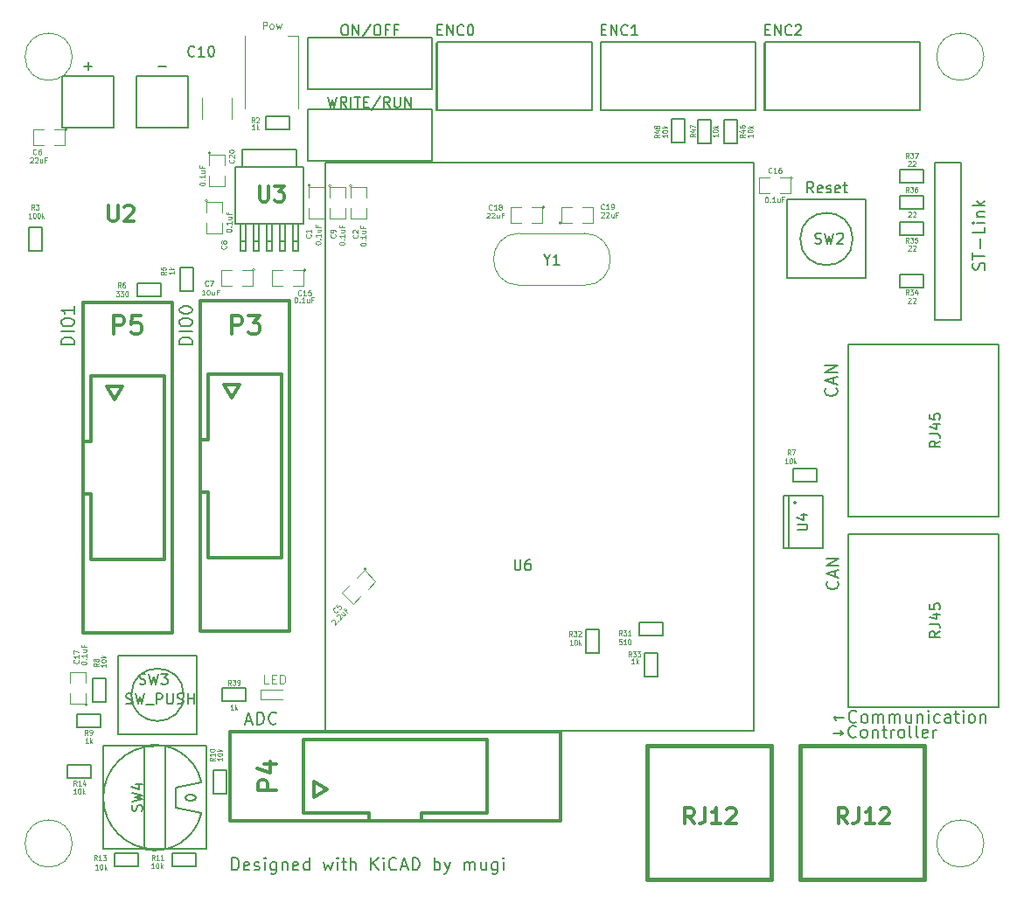
<source format=gbr>
G04 #@! TF.FileFunction,Legend,Top*
%FSLAX46Y46*%
G04 Gerber Fmt 4.6, Leading zero omitted, Abs format (unit mm)*
G04 Created by KiCad (PCBNEW 4.0.1-stable) date 2017/04/02 21:29:11*
%MOMM*%
G01*
G04 APERTURE LIST*
%ADD10C,0.100000*%
%ADD11C,0.200000*%
%ADD12C,0.150000*%
%ADD13C,0.120000*%
%ADD14C,0.099060*%
%ADD15C,0.381000*%
%ADD16C,0.304800*%
%ADD17C,0.127000*%
%ADD18C,0.203200*%
%ADD19C,0.109220*%
%ADD20C,0.114300*%
G04 APERTURE END LIST*
D10*
D11*
X93308543Y-129574857D02*
X93308543Y-128374857D01*
X93594258Y-128374857D01*
X93765686Y-128432000D01*
X93879972Y-128546286D01*
X93937115Y-128660571D01*
X93994258Y-128889143D01*
X93994258Y-129060571D01*
X93937115Y-129289143D01*
X93879972Y-129403429D01*
X93765686Y-129517714D01*
X93594258Y-129574857D01*
X93308543Y-129574857D01*
X94965686Y-129517714D02*
X94851400Y-129574857D01*
X94622829Y-129574857D01*
X94508543Y-129517714D01*
X94451400Y-129403429D01*
X94451400Y-128946286D01*
X94508543Y-128832000D01*
X94622829Y-128774857D01*
X94851400Y-128774857D01*
X94965686Y-128832000D01*
X95022829Y-128946286D01*
X95022829Y-129060571D01*
X94451400Y-129174857D01*
X95479971Y-129517714D02*
X95594257Y-129574857D01*
X95822829Y-129574857D01*
X95937114Y-129517714D01*
X95994257Y-129403429D01*
X95994257Y-129346286D01*
X95937114Y-129232000D01*
X95822829Y-129174857D01*
X95651400Y-129174857D01*
X95537114Y-129117714D01*
X95479971Y-129003429D01*
X95479971Y-128946286D01*
X95537114Y-128832000D01*
X95651400Y-128774857D01*
X95822829Y-128774857D01*
X95937114Y-128832000D01*
X96508543Y-129574857D02*
X96508543Y-128774857D01*
X96508543Y-128374857D02*
X96451400Y-128432000D01*
X96508543Y-128489143D01*
X96565686Y-128432000D01*
X96508543Y-128374857D01*
X96508543Y-128489143D01*
X97594258Y-128774857D02*
X97594258Y-129746286D01*
X97537115Y-129860571D01*
X97479972Y-129917714D01*
X97365687Y-129974857D01*
X97194258Y-129974857D01*
X97079972Y-129917714D01*
X97594258Y-129517714D02*
X97479972Y-129574857D01*
X97251401Y-129574857D01*
X97137115Y-129517714D01*
X97079972Y-129460571D01*
X97022829Y-129346286D01*
X97022829Y-129003429D01*
X97079972Y-128889143D01*
X97137115Y-128832000D01*
X97251401Y-128774857D01*
X97479972Y-128774857D01*
X97594258Y-128832000D01*
X98165686Y-128774857D02*
X98165686Y-129574857D01*
X98165686Y-128889143D02*
X98222829Y-128832000D01*
X98337115Y-128774857D01*
X98508543Y-128774857D01*
X98622829Y-128832000D01*
X98679972Y-128946286D01*
X98679972Y-129574857D01*
X99708543Y-129517714D02*
X99594257Y-129574857D01*
X99365686Y-129574857D01*
X99251400Y-129517714D01*
X99194257Y-129403429D01*
X99194257Y-128946286D01*
X99251400Y-128832000D01*
X99365686Y-128774857D01*
X99594257Y-128774857D01*
X99708543Y-128832000D01*
X99765686Y-128946286D01*
X99765686Y-129060571D01*
X99194257Y-129174857D01*
X100794257Y-129574857D02*
X100794257Y-128374857D01*
X100794257Y-129517714D02*
X100679971Y-129574857D01*
X100451400Y-129574857D01*
X100337114Y-129517714D01*
X100279971Y-129460571D01*
X100222828Y-129346286D01*
X100222828Y-129003429D01*
X100279971Y-128889143D01*
X100337114Y-128832000D01*
X100451400Y-128774857D01*
X100679971Y-128774857D01*
X100794257Y-128832000D01*
X102165686Y-128774857D02*
X102394257Y-129574857D01*
X102622828Y-129003429D01*
X102851400Y-129574857D01*
X103079971Y-128774857D01*
X103537114Y-129574857D02*
X103537114Y-128774857D01*
X103537114Y-128374857D02*
X103479971Y-128432000D01*
X103537114Y-128489143D01*
X103594257Y-128432000D01*
X103537114Y-128374857D01*
X103537114Y-128489143D01*
X103937115Y-128774857D02*
X104394258Y-128774857D01*
X104108543Y-128374857D02*
X104108543Y-129403429D01*
X104165686Y-129517714D01*
X104279972Y-129574857D01*
X104394258Y-129574857D01*
X104794257Y-129574857D02*
X104794257Y-128374857D01*
X105308543Y-129574857D02*
X105308543Y-128946286D01*
X105251400Y-128832000D01*
X105137114Y-128774857D01*
X104965686Y-128774857D01*
X104851400Y-128832000D01*
X104794257Y-128889143D01*
X106794257Y-129574857D02*
X106794257Y-128374857D01*
X107479972Y-129574857D02*
X106965686Y-128889143D01*
X107479972Y-128374857D02*
X106794257Y-129060571D01*
X107994257Y-129574857D02*
X107994257Y-128774857D01*
X107994257Y-128374857D02*
X107937114Y-128432000D01*
X107994257Y-128489143D01*
X108051400Y-128432000D01*
X107994257Y-128374857D01*
X107994257Y-128489143D01*
X109251401Y-129460571D02*
X109194258Y-129517714D01*
X109022829Y-129574857D01*
X108908543Y-129574857D01*
X108737115Y-129517714D01*
X108622829Y-129403429D01*
X108565686Y-129289143D01*
X108508543Y-129060571D01*
X108508543Y-128889143D01*
X108565686Y-128660571D01*
X108622829Y-128546286D01*
X108737115Y-128432000D01*
X108908543Y-128374857D01*
X109022829Y-128374857D01*
X109194258Y-128432000D01*
X109251401Y-128489143D01*
X109708543Y-129232000D02*
X110279972Y-129232000D01*
X109594258Y-129574857D02*
X109994258Y-128374857D01*
X110394258Y-129574857D01*
X110794257Y-129574857D02*
X110794257Y-128374857D01*
X111079972Y-128374857D01*
X111251400Y-128432000D01*
X111365686Y-128546286D01*
X111422829Y-128660571D01*
X111479972Y-128889143D01*
X111479972Y-129060571D01*
X111422829Y-129289143D01*
X111365686Y-129403429D01*
X111251400Y-129517714D01*
X111079972Y-129574857D01*
X110794257Y-129574857D01*
X112908543Y-129574857D02*
X112908543Y-128374857D01*
X112908543Y-128832000D02*
X113022829Y-128774857D01*
X113251400Y-128774857D01*
X113365686Y-128832000D01*
X113422829Y-128889143D01*
X113479972Y-129003429D01*
X113479972Y-129346286D01*
X113422829Y-129460571D01*
X113365686Y-129517714D01*
X113251400Y-129574857D01*
X113022829Y-129574857D01*
X112908543Y-129517714D01*
X113879972Y-128774857D02*
X114165686Y-129574857D01*
X114451400Y-128774857D02*
X114165686Y-129574857D01*
X114051400Y-129860571D01*
X113994257Y-129917714D01*
X113879972Y-129974857D01*
X115822829Y-129574857D02*
X115822829Y-128774857D01*
X115822829Y-128889143D02*
X115879972Y-128832000D01*
X115994258Y-128774857D01*
X116165686Y-128774857D01*
X116279972Y-128832000D01*
X116337115Y-128946286D01*
X116337115Y-129574857D01*
X116337115Y-128946286D02*
X116394258Y-128832000D01*
X116508544Y-128774857D01*
X116679972Y-128774857D01*
X116794258Y-128832000D01*
X116851401Y-128946286D01*
X116851401Y-129574857D01*
X117937115Y-128774857D02*
X117937115Y-129574857D01*
X117422829Y-128774857D02*
X117422829Y-129403429D01*
X117479972Y-129517714D01*
X117594258Y-129574857D01*
X117765686Y-129574857D01*
X117879972Y-129517714D01*
X117937115Y-129460571D01*
X119022829Y-128774857D02*
X119022829Y-129746286D01*
X118965686Y-129860571D01*
X118908543Y-129917714D01*
X118794258Y-129974857D01*
X118622829Y-129974857D01*
X118508543Y-129917714D01*
X119022829Y-129517714D02*
X118908543Y-129574857D01*
X118679972Y-129574857D01*
X118565686Y-129517714D01*
X118508543Y-129460571D01*
X118451400Y-129346286D01*
X118451400Y-129003429D01*
X118508543Y-128889143D01*
X118565686Y-128832000D01*
X118679972Y-128774857D01*
X118908543Y-128774857D01*
X119022829Y-128832000D01*
X119594257Y-129574857D02*
X119594257Y-128774857D01*
X119594257Y-128374857D02*
X119537114Y-128432000D01*
X119594257Y-128489143D01*
X119651400Y-128432000D01*
X119594257Y-128374857D01*
X119594257Y-128489143D01*
D12*
X102321600Y-116054400D02*
X143821600Y-116054400D01*
X143821600Y-116054400D02*
X143821600Y-61054400D01*
X143821600Y-61054400D02*
X102321600Y-61054400D01*
X102321600Y-61054400D02*
X102321600Y-116054400D01*
X167550000Y-113760000D02*
X152950000Y-113760000D01*
X152950000Y-113760000D02*
X152950000Y-97060000D01*
X152950000Y-97060000D02*
X167550000Y-97060000D01*
X167550000Y-97060000D02*
X167550000Y-113760000D01*
D13*
X166116000Y-50800000D02*
G75*
G03X166116000Y-50800000I-2286000J0D01*
G01*
X166116000Y-127000000D02*
G75*
G03X166116000Y-127000000I-2286000J0D01*
G01*
X77851000Y-50800000D02*
G75*
G03X77851000Y-50800000I-2286000J0D01*
G01*
D14*
X100904040Y-63271400D02*
G75*
G03X100904040Y-63271400I-127000J0D01*
G01*
X100777040Y-64414400D02*
X100777040Y-63398400D01*
X100777040Y-63398400D02*
X102301040Y-63398400D01*
X102301040Y-63398400D02*
X102301040Y-64414400D01*
X102301040Y-65430400D02*
X102301040Y-66446400D01*
X102301040Y-66446400D02*
X100777040Y-66446400D01*
X100777040Y-66446400D02*
X100777040Y-65430400D01*
X104947720Y-63291720D02*
G75*
G03X104947720Y-63291720I-127000J0D01*
G01*
X104820720Y-64434720D02*
X104820720Y-63418720D01*
X104820720Y-63418720D02*
X106344720Y-63418720D01*
X106344720Y-63418720D02*
X106344720Y-64434720D01*
X106344720Y-65450720D02*
X106344720Y-66466720D01*
X106344720Y-66466720D02*
X104820720Y-66466720D01*
X104820720Y-66466720D02*
X104820720Y-65450720D01*
X106345354Y-100453155D02*
G75*
G03X106345354Y-100453155I-127000J0D01*
G01*
X105410131Y-101261378D02*
X106128551Y-100542958D01*
X106128551Y-100542958D02*
X107206182Y-101620589D01*
X107206182Y-101620589D02*
X106487762Y-102339009D01*
X105769341Y-103057430D02*
X105050921Y-103775850D01*
X105050921Y-103775850D02*
X103973290Y-102698219D01*
X103973290Y-102698219D02*
X104691710Y-101979799D01*
X77368400Y-57835800D02*
G75*
G03X77368400Y-57835800I-127000J0D01*
G01*
X76098400Y-57835800D02*
X77114400Y-57835800D01*
X77114400Y-57835800D02*
X77114400Y-59359800D01*
X77114400Y-59359800D02*
X76098400Y-59359800D01*
X75082400Y-59359800D02*
X74066400Y-59359800D01*
X74066400Y-59359800D02*
X74066400Y-57835800D01*
X74066400Y-57835800D02*
X75082400Y-57835800D01*
X95544640Y-71434960D02*
G75*
G03X95544640Y-71434960I-127000J0D01*
G01*
X94274640Y-71434960D02*
X95290640Y-71434960D01*
X95290640Y-71434960D02*
X95290640Y-72958960D01*
X95290640Y-72958960D02*
X94274640Y-72958960D01*
X93258640Y-72958960D02*
X92242640Y-72958960D01*
X92242640Y-72958960D02*
X92242640Y-71434960D01*
X92242640Y-71434960D02*
X93258640Y-71434960D01*
X90982800Y-64731900D02*
G75*
G03X90982800Y-64731900I-127000J0D01*
G01*
X90855800Y-65874900D02*
X90855800Y-64858900D01*
X90855800Y-64858900D02*
X92379800Y-64858900D01*
X92379800Y-64858900D02*
X92379800Y-65874900D01*
X92379800Y-66890900D02*
X92379800Y-67906900D01*
X92379800Y-67906900D02*
X90855800Y-67906900D01*
X90855800Y-67906900D02*
X90855800Y-66890900D01*
X102885240Y-63281560D02*
G75*
G03X102885240Y-63281560I-127000J0D01*
G01*
X102758240Y-64424560D02*
X102758240Y-63408560D01*
X102758240Y-63408560D02*
X104282240Y-63408560D01*
X104282240Y-63408560D02*
X104282240Y-64424560D01*
X104282240Y-65440560D02*
X104282240Y-66456560D01*
X104282240Y-66456560D02*
X102758240Y-66456560D01*
X102758240Y-66456560D02*
X102758240Y-65440560D01*
D13*
X93336640Y-56778400D02*
X93336640Y-54778400D01*
X90386640Y-54778400D02*
X90386640Y-56778400D01*
D14*
X100487480Y-71434960D02*
G75*
G03X100487480Y-71434960I-127000J0D01*
G01*
X99217480Y-71434960D02*
X100233480Y-71434960D01*
X100233480Y-71434960D02*
X100233480Y-72958960D01*
X100233480Y-72958960D02*
X99217480Y-72958960D01*
X98201480Y-72958960D02*
X97185480Y-72958960D01*
X97185480Y-72958960D02*
X97185480Y-71434960D01*
X97185480Y-71434960D02*
X98201480Y-71434960D01*
X147640040Y-62534800D02*
G75*
G03X147640040Y-62534800I-127000J0D01*
G01*
X146370040Y-62534800D02*
X147386040Y-62534800D01*
X147386040Y-62534800D02*
X147386040Y-64058800D01*
X147386040Y-64058800D02*
X146370040Y-64058800D01*
X145354040Y-64058800D02*
X144338040Y-64058800D01*
X144338040Y-64058800D02*
X144338040Y-62534800D01*
X144338040Y-62534800D02*
X145354040Y-62534800D01*
X79311500Y-113550700D02*
G75*
G03X79311500Y-113550700I-127000J0D01*
G01*
X79184500Y-112407700D02*
X79184500Y-113423700D01*
X79184500Y-113423700D02*
X77660500Y-113423700D01*
X77660500Y-113423700D02*
X77660500Y-112407700D01*
X77660500Y-111391700D02*
X77660500Y-110375700D01*
X77660500Y-110375700D02*
X79184500Y-110375700D01*
X79184500Y-110375700D02*
X79184500Y-111391700D01*
X123626880Y-65374520D02*
G75*
G03X123626880Y-65374520I-127000J0D01*
G01*
X122356880Y-65374520D02*
X123372880Y-65374520D01*
X123372880Y-65374520D02*
X123372880Y-66898520D01*
X123372880Y-66898520D02*
X122356880Y-66898520D01*
X121340880Y-66898520D02*
X120324880Y-66898520D01*
X120324880Y-66898520D02*
X120324880Y-65374520D01*
X120324880Y-65374520D02*
X121340880Y-65374520D01*
X125211840Y-66898520D02*
G75*
G03X125211840Y-66898520I-127000J0D01*
G01*
X126227840Y-66898520D02*
X125211840Y-66898520D01*
X125211840Y-66898520D02*
X125211840Y-65374520D01*
X125211840Y-65374520D02*
X126227840Y-65374520D01*
X127243840Y-65374520D02*
X128259840Y-65374520D01*
X128259840Y-65374520D02*
X128259840Y-66898520D01*
X128259840Y-66898520D02*
X127243840Y-66898520D01*
X91262200Y-60147200D02*
G75*
G03X91262200Y-60147200I-127000J0D01*
G01*
X91135200Y-61290200D02*
X91135200Y-60274200D01*
X91135200Y-60274200D02*
X92659200Y-60274200D01*
X92659200Y-60274200D02*
X92659200Y-61290200D01*
X92659200Y-62306200D02*
X92659200Y-63322200D01*
X92659200Y-63322200D02*
X91135200Y-63322200D01*
X91135200Y-63322200D02*
X91135200Y-62306200D01*
D13*
X94555000Y-55813840D02*
X94555000Y-48813840D01*
X99755000Y-55813840D02*
X99755000Y-48813840D01*
X99755000Y-48813840D02*
X98755000Y-48813840D01*
X96129320Y-112072800D02*
X96129320Y-113072800D01*
X96129320Y-113072800D02*
X98229320Y-113072800D01*
X96129320Y-112072800D02*
X98229320Y-112072800D01*
D12*
X167550000Y-95345000D02*
X152950000Y-95345000D01*
X152950000Y-95345000D02*
X152950000Y-78645000D01*
X152950000Y-78645000D02*
X167550000Y-78645000D01*
X167550000Y-78645000D02*
X167550000Y-95345000D01*
D15*
X148367750Y-124491750D02*
X148367750Y-117491510D01*
X148367750Y-117491510D02*
X160366710Y-117491510D01*
X160366710Y-117491510D02*
X160366710Y-124491750D01*
X160366710Y-124491750D02*
X160366710Y-130491230D01*
X160366710Y-130491230D02*
X148367750Y-130491230D01*
X148367750Y-130491230D02*
X148367750Y-124491750D01*
X133508750Y-124491750D02*
X133508750Y-117491510D01*
X133508750Y-117491510D02*
X145507710Y-117491510D01*
X145507710Y-117491510D02*
X145507710Y-124491750D01*
X145507710Y-124491750D02*
X145507710Y-130491230D01*
X145507710Y-130491230D02*
X133508750Y-130491230D01*
X133508750Y-130491230D02*
X133508750Y-124491750D01*
D12*
X76906120Y-52633880D02*
X81904840Y-52633880D01*
X81904840Y-52633880D02*
X81904840Y-57632600D01*
X81904840Y-57632600D02*
X76906120Y-57632600D01*
X76906120Y-57632600D02*
X76906120Y-52633880D01*
X84038440Y-52669440D02*
X89037160Y-52669440D01*
X89037160Y-52669440D02*
X89037160Y-57668160D01*
X89037160Y-57668160D02*
X84038440Y-57668160D01*
X84038440Y-57668160D02*
X84038440Y-52669440D01*
D16*
X98851720Y-106436160D02*
X90215720Y-106436160D01*
X90215720Y-106436160D02*
X90215720Y-74432160D01*
X98851720Y-74432160D02*
X98851720Y-106436160D01*
X90977720Y-81544160D02*
X98089720Y-81544160D01*
X90977720Y-99324160D02*
X98089720Y-99324160D01*
X90215720Y-87894160D02*
X90977720Y-87894160D01*
X90977720Y-87894160D02*
X90977720Y-81544160D01*
X98089720Y-81544160D02*
X98089720Y-99324160D01*
X90977720Y-99324160D02*
X90977720Y-92974160D01*
X90977720Y-92974160D02*
X90215720Y-92974160D01*
X90215720Y-74432160D02*
X98851720Y-74432160D01*
X93263720Y-83830160D02*
X94025720Y-82560160D01*
X94025720Y-82560160D02*
X92501720Y-82560160D01*
X92501720Y-82560160D02*
X93263720Y-83830160D01*
X125095000Y-116205000D02*
X125095000Y-124841000D01*
X125095000Y-124841000D02*
X93091000Y-124841000D01*
X93091000Y-116205000D02*
X125095000Y-116205000D01*
X100203000Y-124079000D02*
X100203000Y-116967000D01*
X117983000Y-124079000D02*
X117983000Y-116967000D01*
X106553000Y-124841000D02*
X106553000Y-124079000D01*
X106553000Y-124079000D02*
X100203000Y-124079000D01*
X100203000Y-116967000D02*
X117983000Y-116967000D01*
X117983000Y-124079000D02*
X111633000Y-124079000D01*
X111633000Y-124079000D02*
X111633000Y-124841000D01*
X93091000Y-124841000D02*
X93091000Y-116205000D01*
X102489000Y-121793000D02*
X101219000Y-121031000D01*
X101219000Y-121031000D02*
X101219000Y-122555000D01*
X101219000Y-122555000D02*
X102489000Y-121793000D01*
X87497920Y-106624120D02*
X78861920Y-106624120D01*
X78861920Y-106624120D02*
X78861920Y-74620120D01*
X87497920Y-74620120D02*
X87497920Y-106624120D01*
X79623920Y-81732120D02*
X86735920Y-81732120D01*
X79623920Y-99512120D02*
X86735920Y-99512120D01*
X78861920Y-88082120D02*
X79623920Y-88082120D01*
X79623920Y-88082120D02*
X79623920Y-81732120D01*
X86735920Y-81732120D02*
X86735920Y-99512120D01*
X79623920Y-99512120D02*
X79623920Y-93162120D01*
X79623920Y-93162120D02*
X78861920Y-93162120D01*
X78861920Y-74620120D02*
X87497920Y-74620120D01*
X81909920Y-84018120D02*
X82671920Y-82748120D01*
X82671920Y-82748120D02*
X81147920Y-82748120D01*
X81147920Y-82748120D02*
X81909920Y-84018120D01*
D12*
X161353500Y-61087000D02*
X163893500Y-61087000D01*
X163893500Y-61087000D02*
X163893500Y-76327000D01*
X163893500Y-76327000D02*
X161353500Y-76327000D01*
X161353500Y-76327000D02*
X161353500Y-61087000D01*
X128143000Y-52705000D02*
X128143000Y-56007000D01*
X128143000Y-56007000D02*
X113157000Y-56007000D01*
X113157000Y-56007000D02*
X113157000Y-49403000D01*
X113157000Y-49403000D02*
X128143000Y-49403000D01*
X128143000Y-49403000D02*
X128143000Y-52705000D01*
X113130000Y-55955000D02*
X113130000Y-49455000D01*
X159893000Y-52705000D02*
X159893000Y-56007000D01*
X159893000Y-56007000D02*
X144907000Y-56007000D01*
X144907000Y-56007000D02*
X144907000Y-49403000D01*
X144907000Y-49403000D02*
X159893000Y-49403000D01*
X159893000Y-49403000D02*
X159893000Y-52705000D01*
X144880000Y-55955000D02*
X144880000Y-49455000D01*
X144018000Y-52705000D02*
X144018000Y-56007000D01*
X144018000Y-56007000D02*
X129032000Y-56007000D01*
X129032000Y-56007000D02*
X129032000Y-49403000D01*
X129032000Y-49403000D02*
X144018000Y-49403000D01*
X144018000Y-49403000D02*
X144018000Y-52705000D01*
X129005000Y-55955000D02*
X129005000Y-49455000D01*
D17*
X96606360Y-56591200D02*
X98892360Y-56591200D01*
X98892360Y-56591200D02*
X98892360Y-57861200D01*
X98892360Y-57861200D02*
X96606360Y-57861200D01*
X96606360Y-57861200D02*
X96606360Y-56591200D01*
X73685400Y-69596000D02*
X73685400Y-67310000D01*
X73685400Y-67310000D02*
X74955400Y-67310000D01*
X74955400Y-67310000D02*
X74955400Y-69596000D01*
X74955400Y-69596000D02*
X73685400Y-69596000D01*
X89555320Y-71216520D02*
X89555320Y-73502520D01*
X89555320Y-73502520D02*
X88285320Y-73502520D01*
X88285320Y-73502520D02*
X88285320Y-71216520D01*
X88285320Y-71216520D02*
X89555320Y-71216520D01*
X86410800Y-74005440D02*
X84124800Y-74005440D01*
X84124800Y-74005440D02*
X84124800Y-72735440D01*
X84124800Y-72735440D02*
X86410800Y-72735440D01*
X86410800Y-72735440D02*
X86410800Y-74005440D01*
X149895560Y-91942920D02*
X147609560Y-91942920D01*
X147609560Y-91942920D02*
X147609560Y-90672920D01*
X147609560Y-90672920D02*
X149895560Y-90672920D01*
X149895560Y-90672920D02*
X149895560Y-91942920D01*
X81076800Y-111010700D02*
X81076800Y-113296700D01*
X81076800Y-113296700D02*
X79806800Y-113296700D01*
X79806800Y-113296700D02*
X79806800Y-111010700D01*
X79806800Y-111010700D02*
X81076800Y-111010700D01*
X78291500Y-114477800D02*
X80577500Y-114477800D01*
X80577500Y-114477800D02*
X80577500Y-115747800D01*
X80577500Y-115747800D02*
X78291500Y-115747800D01*
X78291500Y-115747800D02*
X78291500Y-114477800D01*
X91541600Y-122186700D02*
X91541600Y-119900700D01*
X91541600Y-119900700D02*
X92811600Y-119900700D01*
X92811600Y-119900700D02*
X92811600Y-122186700D01*
X92811600Y-122186700D02*
X91541600Y-122186700D01*
X87497920Y-127980440D02*
X89783920Y-127980440D01*
X89783920Y-127980440D02*
X89783920Y-129250440D01*
X89783920Y-129250440D02*
X87497920Y-129250440D01*
X87497920Y-129250440D02*
X87497920Y-127980440D01*
X84195920Y-129245360D02*
X81909920Y-129245360D01*
X81909920Y-129245360D02*
X81909920Y-127975360D01*
X81909920Y-127975360D02*
X84195920Y-127975360D01*
X84195920Y-127975360D02*
X84195920Y-129245360D01*
X77419200Y-119380000D02*
X79705200Y-119380000D01*
X79705200Y-119380000D02*
X79705200Y-120650000D01*
X79705200Y-120650000D02*
X77419200Y-120650000D01*
X77419200Y-120650000D02*
X77419200Y-119380000D01*
X132791200Y-105562400D02*
X135077200Y-105562400D01*
X135077200Y-105562400D02*
X135077200Y-106832400D01*
X135077200Y-106832400D02*
X132791200Y-106832400D01*
X132791200Y-106832400D02*
X132791200Y-105562400D01*
X128879600Y-106253280D02*
X128879600Y-108539280D01*
X128879600Y-108539280D02*
X127609600Y-108539280D01*
X127609600Y-108539280D02*
X127609600Y-106253280D01*
X127609600Y-106253280D02*
X128879600Y-106253280D01*
X134569200Y-108546900D02*
X134569200Y-110832900D01*
X134569200Y-110832900D02*
X133299200Y-110832900D01*
X133299200Y-110832900D02*
X133299200Y-108546900D01*
X133299200Y-108546900D02*
X134569200Y-108546900D01*
X157977840Y-71861680D02*
X160263840Y-71861680D01*
X160263840Y-71861680D02*
X160263840Y-73131680D01*
X160263840Y-73131680D02*
X157977840Y-73131680D01*
X157977840Y-73131680D02*
X157977840Y-71861680D01*
X157993080Y-66802000D02*
X160279080Y-66802000D01*
X160279080Y-66802000D02*
X160279080Y-68072000D01*
X160279080Y-68072000D02*
X157993080Y-68072000D01*
X157993080Y-68072000D02*
X157993080Y-66802000D01*
X157998160Y-64267080D02*
X160284160Y-64267080D01*
X160284160Y-64267080D02*
X160284160Y-65537080D01*
X160284160Y-65537080D02*
X157998160Y-65537080D01*
X157998160Y-65537080D02*
X157998160Y-64267080D01*
X157993080Y-61727080D02*
X160279080Y-61727080D01*
X160279080Y-61727080D02*
X160279080Y-62997080D01*
X160279080Y-62997080D02*
X157993080Y-62997080D01*
X157993080Y-62997080D02*
X157993080Y-61727080D01*
X94660720Y-113207800D02*
X92374720Y-113207800D01*
X92374720Y-113207800D02*
X92374720Y-111937800D01*
X92374720Y-111937800D02*
X94660720Y-111937800D01*
X94660720Y-111937800D02*
X94660720Y-113207800D01*
X140964920Y-59156600D02*
X140964920Y-56870600D01*
X140964920Y-56870600D02*
X142234920Y-56870600D01*
X142234920Y-56870600D02*
X142234920Y-59156600D01*
X142234920Y-59156600D02*
X140964920Y-59156600D01*
X138440160Y-59151520D02*
X138440160Y-56865520D01*
X138440160Y-56865520D02*
X139710160Y-56865520D01*
X139710160Y-56865520D02*
X139710160Y-59151520D01*
X139710160Y-59151520D02*
X138440160Y-59151520D01*
X135879840Y-59146440D02*
X135879840Y-56860440D01*
X135879840Y-56860440D02*
X137149840Y-56860440D01*
X137149840Y-56860440D02*
X137149840Y-59146440D01*
X137149840Y-59146440D02*
X135879840Y-59146440D01*
D12*
X112680000Y-48935000D02*
X112680000Y-53935000D01*
X112680000Y-53935000D02*
X100680000Y-53935000D01*
X100680000Y-53935000D02*
X100680000Y-48935000D01*
X100680000Y-48935000D02*
X112680000Y-48935000D01*
D17*
X153416000Y-68453000D02*
G75*
G03X153416000Y-68453000I-2540000J0D01*
G01*
X147066000Y-64643000D02*
X154686000Y-64643000D01*
X154686000Y-64643000D02*
X154686000Y-72263000D01*
X154686000Y-72263000D02*
X147066000Y-72263000D01*
X147066000Y-64643000D02*
X147066000Y-72263000D01*
X88646000Y-112598200D02*
G75*
G03X88646000Y-112598200I-2540000J0D01*
G01*
X82296000Y-108788200D02*
X89916000Y-108788200D01*
X89916000Y-108788200D02*
X89916000Y-116408200D01*
X89916000Y-116408200D02*
X82296000Y-116408200D01*
X82296000Y-108788200D02*
X82296000Y-116408200D01*
D12*
X90352000Y-121055000D02*
X87852000Y-121555000D01*
X87852000Y-121555000D02*
X87852000Y-123555000D01*
X87852000Y-123555000D02*
X90352000Y-124055000D01*
X84852000Y-127555000D02*
G75*
G03X90352000Y-124055000I1000000J4500000D01*
G01*
X90352000Y-121055000D02*
G75*
G03X84852000Y-117555000I-4500000J-1000000D01*
G01*
X85852000Y-117555000D02*
G75*
G03X80852000Y-122555000I0J-5000000D01*
G01*
X80852000Y-122555000D02*
G75*
G03X85852000Y-127555000I5000000J0D01*
G01*
X84852000Y-117555000D02*
X84852000Y-127555000D01*
X86852000Y-127555000D02*
X86852000Y-117555000D01*
X90852000Y-117555000D02*
X80852000Y-117555000D01*
X80852000Y-117555000D02*
X80852000Y-127555000D01*
X80852000Y-127555000D02*
X90852000Y-127555000D01*
X90852000Y-127555000D02*
X90852000Y-117555000D01*
X100674920Y-60869200D02*
X100674920Y-55869200D01*
X100674920Y-55869200D02*
X112674920Y-55869200D01*
X112674920Y-55869200D02*
X112674920Y-60869200D01*
X112674920Y-60869200D02*
X100674920Y-60869200D01*
X94336400Y-61515000D02*
X94336400Y-59815000D01*
X94336400Y-59815000D02*
X99536400Y-59815000D01*
X99536400Y-59815000D02*
X99536400Y-61505000D01*
X94136400Y-67015000D02*
X93626400Y-67015000D01*
X93626400Y-67015000D02*
X93636400Y-61515000D01*
X93636400Y-61515000D02*
X100236400Y-61515000D01*
X100236400Y-61515000D02*
X100236400Y-67015000D01*
X100236400Y-67015000D02*
X99706400Y-67015000D01*
X99216400Y-68305000D02*
X99216400Y-67025000D01*
X98446400Y-68315000D02*
X98446400Y-67015000D01*
X97946400Y-68315000D02*
X97946400Y-67015000D01*
X97176400Y-68325000D02*
X97176400Y-67025000D01*
X96676400Y-68315000D02*
X96676400Y-67015000D01*
X95906400Y-68305000D02*
X95906400Y-67015000D01*
X95406400Y-68305000D02*
X95406400Y-67025000D01*
X94636400Y-68315000D02*
X94636400Y-67015000D01*
X94136400Y-68715000D02*
X94136400Y-67015000D01*
X94136400Y-67015000D02*
X99716400Y-67015000D01*
X99716400Y-67015000D02*
X99716400Y-68335000D01*
X99716400Y-68715000D02*
X99716400Y-68315000D01*
X99216400Y-68715000D02*
X99216400Y-68315000D01*
X99716400Y-69615000D02*
X99716400Y-68715000D01*
X99216400Y-69615000D02*
X99716400Y-69615000D01*
X99216400Y-68715000D02*
X99216400Y-69615000D01*
X99216400Y-68715000D02*
X99716400Y-68715000D01*
X97176400Y-68715000D02*
X97176400Y-68315000D01*
X96676400Y-68715000D02*
X96676400Y-68315000D01*
X97176400Y-69615000D02*
X97176400Y-68715000D01*
X96676400Y-69615000D02*
X97176400Y-69615000D01*
X96676400Y-68715000D02*
X96676400Y-69615000D01*
X96676400Y-68715000D02*
X97176400Y-68715000D01*
X97946400Y-68715000D02*
X98446400Y-68715000D01*
X97946400Y-68715000D02*
X97946400Y-69615000D01*
X97946400Y-69615000D02*
X98446400Y-69615000D01*
X98446400Y-69615000D02*
X98446400Y-68715000D01*
X97946400Y-68715000D02*
X97946400Y-68315000D01*
X98446400Y-68715000D02*
X98446400Y-68315000D01*
X95906400Y-68715000D02*
X95906400Y-68315000D01*
X95406400Y-68715000D02*
X95406400Y-68315000D01*
X95906400Y-69615000D02*
X95906400Y-68715000D01*
X95406400Y-69615000D02*
X95906400Y-69615000D01*
X95406400Y-68715000D02*
X95406400Y-69615000D01*
X95406400Y-68715000D02*
X95906400Y-68715000D01*
X94136400Y-68715000D02*
X94636400Y-68715000D01*
X94136400Y-68715000D02*
X94136400Y-69615000D01*
X94136400Y-69615000D02*
X94636400Y-69615000D01*
X94636400Y-69615000D02*
X94636400Y-68715000D01*
X94136400Y-68715000D02*
X94136400Y-68315000D01*
X94636400Y-68715000D02*
X94636400Y-68315000D01*
X147949920Y-93985080D02*
G75*
G03X147949920Y-93985080I-127000J0D01*
G01*
X147187920Y-93350080D02*
X147187920Y-98430080D01*
X150489920Y-93350080D02*
X150489920Y-98430080D01*
X146679920Y-93350080D02*
X146679920Y-98430080D01*
X146679920Y-93350080D02*
X150489920Y-93350080D01*
X146679920Y-98430080D02*
X150489920Y-98430080D01*
D13*
X121171500Y-72946500D02*
G75*
G02X121171500Y-67896500I0J2525000D01*
G01*
X127421500Y-72946500D02*
G75*
G03X127421500Y-67896500I0J2525000D01*
G01*
X121171500Y-67896500D02*
X127421500Y-67896500D01*
X121171500Y-72946500D02*
X127421500Y-72946500D01*
X77851000Y-127000000D02*
G75*
G03X77851000Y-127000000I-2286000J0D01*
G01*
D12*
X120688195Y-99528381D02*
X120688195Y-100337905D01*
X120735814Y-100433143D01*
X120783433Y-100480762D01*
X120878671Y-100528381D01*
X121069148Y-100528381D01*
X121164386Y-100480762D01*
X121212005Y-100433143D01*
X121259624Y-100337905D01*
X121259624Y-99528381D01*
X122164386Y-99528381D02*
X121973909Y-99528381D01*
X121878671Y-99576000D01*
X121831052Y-99623619D01*
X121735814Y-99766476D01*
X121688195Y-99956952D01*
X121688195Y-100337905D01*
X121735814Y-100433143D01*
X121783433Y-100480762D01*
X121878671Y-100528381D01*
X122069148Y-100528381D01*
X122164386Y-100480762D01*
X122212005Y-100433143D01*
X122259624Y-100337905D01*
X122259624Y-100099810D01*
X122212005Y-100004571D01*
X122164386Y-99956952D01*
X122069148Y-99909333D01*
X121878671Y-99909333D01*
X121783433Y-99956952D01*
X121735814Y-100004571D01*
X121688195Y-100099810D01*
D11*
X151939571Y-101622128D02*
X151996714Y-101679271D01*
X152053857Y-101850700D01*
X152053857Y-101964986D01*
X151996714Y-102136414D01*
X151882429Y-102250700D01*
X151768143Y-102307843D01*
X151539571Y-102364986D01*
X151368143Y-102364986D01*
X151139571Y-102307843D01*
X151025286Y-102250700D01*
X150911000Y-102136414D01*
X150853857Y-101964986D01*
X150853857Y-101850700D01*
X150911000Y-101679271D01*
X150968143Y-101622128D01*
X151711000Y-101164986D02*
X151711000Y-100593557D01*
X152053857Y-101279271D02*
X150853857Y-100879271D01*
X152053857Y-100479271D01*
X152053857Y-100079272D02*
X150853857Y-100079272D01*
X152053857Y-99393557D01*
X150853857Y-99393557D01*
D18*
X161869725Y-106434588D02*
X161393172Y-106768175D01*
X161869725Y-107006451D02*
X160868965Y-107006451D01*
X160868965Y-106625209D01*
X160916620Y-106529898D01*
X160964275Y-106482243D01*
X161059586Y-106434588D01*
X161202551Y-106434588D01*
X161297862Y-106482243D01*
X161345517Y-106529898D01*
X161393172Y-106625209D01*
X161393172Y-107006451D01*
X160868965Y-105719759D02*
X161583793Y-105719759D01*
X161726759Y-105767415D01*
X161822070Y-105862725D01*
X161869725Y-106005691D01*
X161869725Y-106101001D01*
X161202551Y-104814310D02*
X161869725Y-104814310D01*
X160821310Y-105052586D02*
X161536138Y-105290862D01*
X161536138Y-104671344D01*
X160868965Y-103813549D02*
X160868965Y-104290102D01*
X161345517Y-104337757D01*
X161297862Y-104290102D01*
X161250207Y-104194791D01*
X161250207Y-103956515D01*
X161297862Y-103861205D01*
X161345517Y-103813549D01*
X161440828Y-103765894D01*
X161679104Y-103765894D01*
X161774414Y-103813549D01*
X161822070Y-103861205D01*
X161869725Y-103956515D01*
X161869725Y-104194791D01*
X161822070Y-104290102D01*
X161774414Y-104337757D01*
D12*
D19*
X100915107Y-68023316D02*
X100938935Y-68047144D01*
X100962762Y-68118627D01*
X100962762Y-68166282D01*
X100938935Y-68237765D01*
X100891280Y-68285420D01*
X100843624Y-68309248D01*
X100748314Y-68333076D01*
X100676831Y-68333076D01*
X100581520Y-68309248D01*
X100533865Y-68285420D01*
X100486210Y-68237765D01*
X100462382Y-68166282D01*
X100462382Y-68118627D01*
X100486210Y-68047144D01*
X100510038Y-68023316D01*
X100962762Y-67546764D02*
X100962762Y-67832696D01*
X100962762Y-67689730D02*
X100462382Y-67689730D01*
X100533865Y-67737385D01*
X100581520Y-67785040D01*
X100605348Y-67832696D01*
X101392022Y-68853412D02*
X101392022Y-68805757D01*
X101415850Y-68758102D01*
X101439678Y-68734274D01*
X101487333Y-68710447D01*
X101582643Y-68686619D01*
X101701781Y-68686619D01*
X101797092Y-68710447D01*
X101844747Y-68734274D01*
X101868575Y-68758102D01*
X101892402Y-68805757D01*
X101892402Y-68853412D01*
X101868575Y-68901068D01*
X101844747Y-68924895D01*
X101797092Y-68948723D01*
X101701781Y-68972551D01*
X101582643Y-68972551D01*
X101487333Y-68948723D01*
X101439678Y-68924895D01*
X101415850Y-68901068D01*
X101392022Y-68853412D01*
X101844747Y-68472171D02*
X101868575Y-68448343D01*
X101892402Y-68472171D01*
X101868575Y-68495999D01*
X101844747Y-68472171D01*
X101892402Y-68472171D01*
X101892402Y-67971791D02*
X101892402Y-68257723D01*
X101892402Y-68114757D02*
X101392022Y-68114757D01*
X101463505Y-68162412D01*
X101511160Y-68210067D01*
X101534988Y-68257723D01*
X101558816Y-67542894D02*
X101892402Y-67542894D01*
X101558816Y-67757343D02*
X101820920Y-67757343D01*
X101868575Y-67733515D01*
X101892402Y-67685860D01*
X101892402Y-67614377D01*
X101868575Y-67566722D01*
X101844747Y-67542894D01*
X101630299Y-67137825D02*
X101630299Y-67304618D01*
X101892402Y-67304618D02*
X101392022Y-67304618D01*
X101392022Y-67066342D01*
X105456627Y-68053796D02*
X105480455Y-68077624D01*
X105504282Y-68149107D01*
X105504282Y-68196762D01*
X105480455Y-68268245D01*
X105432800Y-68315900D01*
X105385144Y-68339728D01*
X105289834Y-68363556D01*
X105218351Y-68363556D01*
X105123040Y-68339728D01*
X105075385Y-68315900D01*
X105027730Y-68268245D01*
X105003902Y-68196762D01*
X105003902Y-68149107D01*
X105027730Y-68077624D01*
X105051558Y-68053796D01*
X105051558Y-67863176D02*
X105027730Y-67839348D01*
X105003902Y-67791693D01*
X105003902Y-67672555D01*
X105027730Y-67624899D01*
X105051558Y-67601072D01*
X105099213Y-67577244D01*
X105146868Y-67577244D01*
X105218351Y-67601072D01*
X105504282Y-67887003D01*
X105504282Y-67577244D01*
X105765902Y-68975332D02*
X105765902Y-68927677D01*
X105789730Y-68880022D01*
X105813558Y-68856194D01*
X105861213Y-68832367D01*
X105956523Y-68808539D01*
X106075661Y-68808539D01*
X106170972Y-68832367D01*
X106218627Y-68856194D01*
X106242455Y-68880022D01*
X106266282Y-68927677D01*
X106266282Y-68975332D01*
X106242455Y-69022988D01*
X106218627Y-69046815D01*
X106170972Y-69070643D01*
X106075661Y-69094471D01*
X105956523Y-69094471D01*
X105861213Y-69070643D01*
X105813558Y-69046815D01*
X105789730Y-69022988D01*
X105765902Y-68975332D01*
X106218627Y-68594091D02*
X106242455Y-68570263D01*
X106266282Y-68594091D01*
X106242455Y-68617919D01*
X106218627Y-68594091D01*
X106266282Y-68594091D01*
X106266282Y-68093711D02*
X106266282Y-68379643D01*
X106266282Y-68236677D02*
X105765902Y-68236677D01*
X105837385Y-68284332D01*
X105885040Y-68331987D01*
X105908868Y-68379643D01*
X105932696Y-67664814D02*
X106266282Y-67664814D01*
X105932696Y-67879263D02*
X106194800Y-67879263D01*
X106242455Y-67855435D01*
X106266282Y-67807780D01*
X106266282Y-67736297D01*
X106242455Y-67688642D01*
X106218627Y-67664814D01*
X106004179Y-67259745D02*
X106004179Y-67426538D01*
X106266282Y-67426538D02*
X105765902Y-67426538D01*
X105765902Y-67188262D01*
X103546771Y-104455099D02*
X103546771Y-104488797D01*
X103513073Y-104556191D01*
X103479376Y-104589888D01*
X103411982Y-104623586D01*
X103344587Y-104623586D01*
X103294040Y-104606737D01*
X103209797Y-104556192D01*
X103159251Y-104505646D01*
X103108705Y-104421402D01*
X103091857Y-104370856D01*
X103091857Y-104303461D01*
X103125554Y-104236066D01*
X103159251Y-104202369D01*
X103226646Y-104168672D01*
X103260344Y-104168672D01*
X103546770Y-103814850D02*
X103378284Y-103983336D01*
X103529922Y-104168672D01*
X103529922Y-104134975D01*
X103546770Y-104084428D01*
X103631014Y-104000185D01*
X103681560Y-103983336D01*
X103715258Y-103983337D01*
X103765804Y-104000185D01*
X103850047Y-104084428D01*
X103866895Y-104134975D01*
X103866896Y-104168672D01*
X103850046Y-104219218D01*
X103765803Y-104303461D01*
X103715258Y-104320310D01*
X103681560Y-104320310D01*
X102948655Y-105498901D02*
X102948655Y-105465204D01*
X102965504Y-105414657D01*
X103049747Y-105330414D01*
X103100294Y-105313565D01*
X103133991Y-105313566D01*
X103184537Y-105330414D01*
X103218234Y-105364111D01*
X103251931Y-105431506D01*
X103251931Y-105835874D01*
X103470964Y-105616841D01*
X103588904Y-105431506D02*
X103622602Y-105431506D01*
X103622602Y-105465204D01*
X103588904Y-105465204D01*
X103588904Y-105431506D01*
X103622602Y-105465204D01*
X103454115Y-104993442D02*
X103454115Y-104959744D01*
X103470963Y-104909198D01*
X103555207Y-104824954D01*
X103605753Y-104808105D01*
X103639451Y-104808106D01*
X103689997Y-104824954D01*
X103723694Y-104858652D01*
X103757391Y-104926047D01*
X103757391Y-105330414D01*
X103976424Y-105111381D01*
X104043819Y-104572225D02*
X104279700Y-104808105D01*
X103892180Y-104723863D02*
X104077516Y-104909198D01*
X104128062Y-104926047D01*
X104178607Y-104909198D01*
X104229154Y-104858652D01*
X104246003Y-104808106D01*
X104246003Y-104774408D01*
X104380792Y-104336344D02*
X104262851Y-104454284D01*
X104448186Y-104639619D02*
X104094364Y-104285797D01*
X104262851Y-104117310D01*
X74369084Y-60203987D02*
X74345256Y-60227815D01*
X74273773Y-60251642D01*
X74226118Y-60251642D01*
X74154635Y-60227815D01*
X74106980Y-60180160D01*
X74083152Y-60132504D01*
X74059324Y-60037194D01*
X74059324Y-59965711D01*
X74083152Y-59870400D01*
X74106980Y-59822745D01*
X74154635Y-59775090D01*
X74226118Y-59751262D01*
X74273773Y-59751262D01*
X74345256Y-59775090D01*
X74369084Y-59798918D01*
X74797981Y-59751262D02*
X74702670Y-59751262D01*
X74655015Y-59775090D01*
X74631187Y-59798918D01*
X74583532Y-59870400D01*
X74559704Y-59965711D01*
X74559704Y-60156332D01*
X74583532Y-60203987D01*
X74607360Y-60227815D01*
X74655015Y-60251642D01*
X74750325Y-60251642D01*
X74797981Y-60227815D01*
X74821808Y-60203987D01*
X74845636Y-60156332D01*
X74845636Y-60037194D01*
X74821808Y-59989539D01*
X74797981Y-59965711D01*
X74750325Y-59941883D01*
X74655015Y-59941883D01*
X74607360Y-59965711D01*
X74583532Y-59989539D01*
X74559704Y-60037194D01*
X73772667Y-60591398D02*
X73796495Y-60567570D01*
X73844150Y-60543742D01*
X73963288Y-60543742D01*
X74010944Y-60567570D01*
X74034771Y-60591398D01*
X74058599Y-60639053D01*
X74058599Y-60686708D01*
X74034771Y-60758191D01*
X73748840Y-61044122D01*
X74058599Y-61044122D01*
X74249219Y-60591398D02*
X74273047Y-60567570D01*
X74320702Y-60543742D01*
X74439840Y-60543742D01*
X74487496Y-60567570D01*
X74511323Y-60591398D01*
X74535151Y-60639053D01*
X74535151Y-60686708D01*
X74511323Y-60758191D01*
X74225392Y-61044122D01*
X74535151Y-61044122D01*
X74964048Y-60710536D02*
X74964048Y-61044122D01*
X74749599Y-60710536D02*
X74749599Y-60972640D01*
X74773427Y-61020295D01*
X74821082Y-61044122D01*
X74892565Y-61044122D01*
X74940220Y-61020295D01*
X74964048Y-60996467D01*
X75369117Y-60782019D02*
X75202324Y-60782019D01*
X75202324Y-61044122D02*
X75202324Y-60543742D01*
X75440600Y-60543742D01*
X91001004Y-72934467D02*
X90977176Y-72958295D01*
X90905693Y-72982122D01*
X90858038Y-72982122D01*
X90786555Y-72958295D01*
X90738900Y-72910640D01*
X90715072Y-72862984D01*
X90691244Y-72767674D01*
X90691244Y-72696191D01*
X90715072Y-72600880D01*
X90738900Y-72553225D01*
X90786555Y-72505570D01*
X90858038Y-72481742D01*
X90905693Y-72481742D01*
X90977176Y-72505570D01*
X91001004Y-72529398D01*
X91167797Y-72481742D02*
X91501384Y-72481742D01*
X91286935Y-72982122D01*
X90690519Y-73876202D02*
X90404587Y-73876202D01*
X90547553Y-73876202D02*
X90547553Y-73375822D01*
X90499898Y-73447305D01*
X90452243Y-73494960D01*
X90404587Y-73518788D01*
X91000278Y-73375822D02*
X91047933Y-73375822D01*
X91095588Y-73399650D01*
X91119416Y-73423478D01*
X91143243Y-73471133D01*
X91167071Y-73566443D01*
X91167071Y-73685581D01*
X91143243Y-73780892D01*
X91119416Y-73828547D01*
X91095588Y-73852375D01*
X91047933Y-73876202D01*
X91000278Y-73876202D01*
X90952622Y-73852375D01*
X90928795Y-73828547D01*
X90904967Y-73780892D01*
X90881139Y-73685581D01*
X90881139Y-73566443D01*
X90904967Y-73471133D01*
X90928795Y-73423478D01*
X90952622Y-73399650D01*
X91000278Y-73375822D01*
X91595968Y-73542616D02*
X91595968Y-73876202D01*
X91381519Y-73542616D02*
X91381519Y-73804720D01*
X91405347Y-73852375D01*
X91453002Y-73876202D01*
X91524485Y-73876202D01*
X91572140Y-73852375D01*
X91595968Y-73828547D01*
X92001037Y-73614099D02*
X91834244Y-73614099D01*
X91834244Y-73876202D02*
X91834244Y-73375822D01*
X92072520Y-73375822D01*
X92710907Y-69095196D02*
X92734735Y-69119024D01*
X92758562Y-69190507D01*
X92758562Y-69238162D01*
X92734735Y-69309645D01*
X92687080Y-69357300D01*
X92639424Y-69381128D01*
X92544114Y-69404956D01*
X92472631Y-69404956D01*
X92377320Y-69381128D01*
X92329665Y-69357300D01*
X92282010Y-69309645D01*
X92258182Y-69238162D01*
X92258182Y-69190507D01*
X92282010Y-69119024D01*
X92305838Y-69095196D01*
X92472631Y-68809265D02*
X92448803Y-68856920D01*
X92424976Y-68880748D01*
X92377320Y-68904576D01*
X92353493Y-68904576D01*
X92305838Y-68880748D01*
X92282010Y-68856920D01*
X92258182Y-68809265D01*
X92258182Y-68713955D01*
X92282010Y-68666299D01*
X92305838Y-68642472D01*
X92353493Y-68618644D01*
X92377320Y-68618644D01*
X92424976Y-68642472D01*
X92448803Y-68666299D01*
X92472631Y-68713955D01*
X92472631Y-68809265D01*
X92496459Y-68856920D01*
X92520286Y-68880748D01*
X92567941Y-68904576D01*
X92663252Y-68904576D01*
X92710907Y-68880748D01*
X92734735Y-68856920D01*
X92758562Y-68809265D01*
X92758562Y-68713955D01*
X92734735Y-68666299D01*
X92710907Y-68642472D01*
X92663252Y-68618644D01*
X92567941Y-68618644D01*
X92520286Y-68642472D01*
X92496459Y-68666299D01*
X92472631Y-68713955D01*
X92753482Y-67636752D02*
X92753482Y-67589097D01*
X92777310Y-67541442D01*
X92801138Y-67517614D01*
X92848793Y-67493787D01*
X92944103Y-67469959D01*
X93063241Y-67469959D01*
X93158552Y-67493787D01*
X93206207Y-67517614D01*
X93230035Y-67541442D01*
X93253862Y-67589097D01*
X93253862Y-67636752D01*
X93230035Y-67684408D01*
X93206207Y-67708235D01*
X93158552Y-67732063D01*
X93063241Y-67755891D01*
X92944103Y-67755891D01*
X92848793Y-67732063D01*
X92801138Y-67708235D01*
X92777310Y-67684408D01*
X92753482Y-67636752D01*
X93206207Y-67255511D02*
X93230035Y-67231683D01*
X93253862Y-67255511D01*
X93230035Y-67279339D01*
X93206207Y-67255511D01*
X93253862Y-67255511D01*
X93253862Y-66755131D02*
X93253862Y-67041063D01*
X93253862Y-66898097D02*
X92753482Y-66898097D01*
X92824965Y-66945752D01*
X92872620Y-66993407D01*
X92896448Y-67041063D01*
X92920276Y-66326234D02*
X93253862Y-66326234D01*
X92920276Y-66540683D02*
X93182380Y-66540683D01*
X93230035Y-66516855D01*
X93253862Y-66469200D01*
X93253862Y-66397717D01*
X93230035Y-66350062D01*
X93206207Y-66326234D01*
X92991759Y-65921165D02*
X92991759Y-66087958D01*
X93253862Y-66087958D02*
X92753482Y-66087958D01*
X92753482Y-65849682D01*
X103292547Y-68008076D02*
X103316375Y-68031904D01*
X103340202Y-68103387D01*
X103340202Y-68151042D01*
X103316375Y-68222525D01*
X103268720Y-68270180D01*
X103221064Y-68294008D01*
X103125754Y-68317836D01*
X103054271Y-68317836D01*
X102958960Y-68294008D01*
X102911305Y-68270180D01*
X102863650Y-68222525D01*
X102839822Y-68151042D01*
X102839822Y-68103387D01*
X102863650Y-68031904D01*
X102887478Y-68008076D01*
X103340202Y-67769800D02*
X103340202Y-67674490D01*
X103316375Y-67626835D01*
X103292547Y-67603007D01*
X103221064Y-67555352D01*
X103125754Y-67531524D01*
X102935133Y-67531524D01*
X102887478Y-67555352D01*
X102863650Y-67579179D01*
X102839822Y-67626835D01*
X102839822Y-67722145D01*
X102863650Y-67769800D01*
X102887478Y-67793628D01*
X102935133Y-67817456D01*
X103054271Y-67817456D01*
X103101926Y-67793628D01*
X103125754Y-67769800D01*
X103149581Y-67722145D01*
X103149581Y-67626835D01*
X103125754Y-67579179D01*
X103101926Y-67555352D01*
X103054271Y-67531524D01*
X103708502Y-68899132D02*
X103708502Y-68851477D01*
X103732330Y-68803822D01*
X103756158Y-68779994D01*
X103803813Y-68756167D01*
X103899123Y-68732339D01*
X104018261Y-68732339D01*
X104113572Y-68756167D01*
X104161227Y-68779994D01*
X104185055Y-68803822D01*
X104208882Y-68851477D01*
X104208882Y-68899132D01*
X104185055Y-68946788D01*
X104161227Y-68970615D01*
X104113572Y-68994443D01*
X104018261Y-69018271D01*
X103899123Y-69018271D01*
X103803813Y-68994443D01*
X103756158Y-68970615D01*
X103732330Y-68946788D01*
X103708502Y-68899132D01*
X104161227Y-68517891D02*
X104185055Y-68494063D01*
X104208882Y-68517891D01*
X104185055Y-68541719D01*
X104161227Y-68517891D01*
X104208882Y-68517891D01*
X104208882Y-68017511D02*
X104208882Y-68303443D01*
X104208882Y-68160477D02*
X103708502Y-68160477D01*
X103779985Y-68208132D01*
X103827640Y-68255787D01*
X103851468Y-68303443D01*
X103875296Y-67588614D02*
X104208882Y-67588614D01*
X103875296Y-67803063D02*
X104137400Y-67803063D01*
X104185055Y-67779235D01*
X104208882Y-67731580D01*
X104208882Y-67660097D01*
X104185055Y-67612442D01*
X104161227Y-67588614D01*
X103946779Y-67183545D02*
X103946779Y-67350338D01*
X104208882Y-67350338D02*
X103708502Y-67350338D01*
X103708502Y-67112062D01*
D12*
X89692243Y-50687243D02*
X89644624Y-50734862D01*
X89501767Y-50782481D01*
X89406529Y-50782481D01*
X89263671Y-50734862D01*
X89168433Y-50639624D01*
X89120814Y-50544386D01*
X89073195Y-50353910D01*
X89073195Y-50211052D01*
X89120814Y-50020576D01*
X89168433Y-49925338D01*
X89263671Y-49830100D01*
X89406529Y-49782481D01*
X89501767Y-49782481D01*
X89644624Y-49830100D01*
X89692243Y-49877719D01*
X90644624Y-50782481D02*
X90073195Y-50782481D01*
X90358909Y-50782481D02*
X90358909Y-49782481D01*
X90263671Y-49925338D01*
X90168433Y-50020576D01*
X90073195Y-50068195D01*
X91263671Y-49782481D02*
X91358910Y-49782481D01*
X91454148Y-49830100D01*
X91501767Y-49877719D01*
X91549386Y-49972957D01*
X91597005Y-50163433D01*
X91597005Y-50401529D01*
X91549386Y-50592005D01*
X91501767Y-50687243D01*
X91454148Y-50734862D01*
X91358910Y-50782481D01*
X91263671Y-50782481D01*
X91168433Y-50734862D01*
X91120814Y-50687243D01*
X91073195Y-50592005D01*
X91025576Y-50401529D01*
X91025576Y-50163433D01*
X91073195Y-49972957D01*
X91120814Y-49877719D01*
X91168433Y-49830100D01*
X91263671Y-49782481D01*
D19*
X100018488Y-73859027D02*
X99994660Y-73882855D01*
X99923177Y-73906682D01*
X99875522Y-73906682D01*
X99804039Y-73882855D01*
X99756384Y-73835200D01*
X99732556Y-73787544D01*
X99708728Y-73692234D01*
X99708728Y-73620751D01*
X99732556Y-73525440D01*
X99756384Y-73477785D01*
X99804039Y-73430130D01*
X99875522Y-73406302D01*
X99923177Y-73406302D01*
X99994660Y-73430130D01*
X100018488Y-73453958D01*
X100495040Y-73906682D02*
X100209108Y-73906682D01*
X100352074Y-73906682D02*
X100352074Y-73406302D01*
X100304419Y-73477785D01*
X100256764Y-73525440D01*
X100209108Y-73549268D01*
X100947764Y-73406302D02*
X100709488Y-73406302D01*
X100685660Y-73644579D01*
X100709488Y-73620751D01*
X100757143Y-73596923D01*
X100876281Y-73596923D01*
X100923937Y-73620751D01*
X100947764Y-73644579D01*
X100971592Y-73692234D01*
X100971592Y-73811372D01*
X100947764Y-73859027D01*
X100923937Y-73882855D01*
X100876281Y-73906682D01*
X100757143Y-73906682D01*
X100709488Y-73882855D01*
X100685660Y-73859027D01*
X99477468Y-74097182D02*
X99525123Y-74097182D01*
X99572778Y-74121010D01*
X99596606Y-74144838D01*
X99620433Y-74192493D01*
X99644261Y-74287803D01*
X99644261Y-74406941D01*
X99620433Y-74502252D01*
X99596606Y-74549907D01*
X99572778Y-74573735D01*
X99525123Y-74597562D01*
X99477468Y-74597562D01*
X99429812Y-74573735D01*
X99405985Y-74549907D01*
X99382157Y-74502252D01*
X99358329Y-74406941D01*
X99358329Y-74287803D01*
X99382157Y-74192493D01*
X99405985Y-74144838D01*
X99429812Y-74121010D01*
X99477468Y-74097182D01*
X99858709Y-74549907D02*
X99882537Y-74573735D01*
X99858709Y-74597562D01*
X99834881Y-74573735D01*
X99858709Y-74549907D01*
X99858709Y-74597562D01*
X100359089Y-74597562D02*
X100073157Y-74597562D01*
X100216123Y-74597562D02*
X100216123Y-74097182D01*
X100168468Y-74168665D01*
X100120813Y-74216320D01*
X100073157Y-74240148D01*
X100787986Y-74263976D02*
X100787986Y-74597562D01*
X100573537Y-74263976D02*
X100573537Y-74526080D01*
X100597365Y-74573735D01*
X100645020Y-74597562D01*
X100716503Y-74597562D01*
X100764158Y-74573735D01*
X100787986Y-74549907D01*
X101193055Y-74335459D02*
X101026262Y-74335459D01*
X101026262Y-74597562D02*
X101026262Y-74097182D01*
X101264538Y-74097182D01*
X145570848Y-61992147D02*
X145547020Y-62015975D01*
X145475537Y-62039802D01*
X145427882Y-62039802D01*
X145356399Y-62015975D01*
X145308744Y-61968320D01*
X145284916Y-61920664D01*
X145261088Y-61825354D01*
X145261088Y-61753871D01*
X145284916Y-61658560D01*
X145308744Y-61610905D01*
X145356399Y-61563250D01*
X145427882Y-61539422D01*
X145475537Y-61539422D01*
X145547020Y-61563250D01*
X145570848Y-61587078D01*
X146047400Y-62039802D02*
X145761468Y-62039802D01*
X145904434Y-62039802D02*
X145904434Y-61539422D01*
X145856779Y-61610905D01*
X145809124Y-61658560D01*
X145761468Y-61682388D01*
X146476297Y-61539422D02*
X146380986Y-61539422D01*
X146333331Y-61563250D01*
X146309503Y-61587078D01*
X146261848Y-61658560D01*
X146238020Y-61753871D01*
X146238020Y-61944492D01*
X146261848Y-61992147D01*
X146285676Y-62015975D01*
X146333331Y-62039802D01*
X146428641Y-62039802D01*
X146476297Y-62015975D01*
X146500124Y-61992147D01*
X146523952Y-61944492D01*
X146523952Y-61825354D01*
X146500124Y-61777699D01*
X146476297Y-61753871D01*
X146428641Y-61730043D01*
X146333331Y-61730043D01*
X146285676Y-61753871D01*
X146261848Y-61777699D01*
X146238020Y-61825354D01*
X145039988Y-64374062D02*
X145087643Y-64374062D01*
X145135298Y-64397890D01*
X145159126Y-64421718D01*
X145182953Y-64469373D01*
X145206781Y-64564683D01*
X145206781Y-64683821D01*
X145182953Y-64779132D01*
X145159126Y-64826787D01*
X145135298Y-64850615D01*
X145087643Y-64874442D01*
X145039988Y-64874442D01*
X144992332Y-64850615D01*
X144968505Y-64826787D01*
X144944677Y-64779132D01*
X144920849Y-64683821D01*
X144920849Y-64564683D01*
X144944677Y-64469373D01*
X144968505Y-64421718D01*
X144992332Y-64397890D01*
X145039988Y-64374062D01*
X145421229Y-64826787D02*
X145445057Y-64850615D01*
X145421229Y-64874442D01*
X145397401Y-64850615D01*
X145421229Y-64826787D01*
X145421229Y-64874442D01*
X145921609Y-64874442D02*
X145635677Y-64874442D01*
X145778643Y-64874442D02*
X145778643Y-64374062D01*
X145730988Y-64445545D01*
X145683333Y-64493200D01*
X145635677Y-64517028D01*
X146350506Y-64540856D02*
X146350506Y-64874442D01*
X146136057Y-64540856D02*
X146136057Y-64802960D01*
X146159885Y-64850615D01*
X146207540Y-64874442D01*
X146279023Y-64874442D01*
X146326678Y-64850615D01*
X146350506Y-64826787D01*
X146755575Y-64612339D02*
X146588782Y-64612339D01*
X146588782Y-64874442D02*
X146588782Y-64374062D01*
X146827058Y-64374062D01*
X78436107Y-109236872D02*
X78459935Y-109260700D01*
X78483762Y-109332183D01*
X78483762Y-109379838D01*
X78459935Y-109451321D01*
X78412280Y-109498976D01*
X78364624Y-109522804D01*
X78269314Y-109546632D01*
X78197831Y-109546632D01*
X78102520Y-109522804D01*
X78054865Y-109498976D01*
X78007210Y-109451321D01*
X77983382Y-109379838D01*
X77983382Y-109332183D01*
X78007210Y-109260700D01*
X78031038Y-109236872D01*
X78483762Y-108760320D02*
X78483762Y-109046252D01*
X78483762Y-108903286D02*
X77983382Y-108903286D01*
X78054865Y-108950941D01*
X78102520Y-108998596D01*
X78126348Y-109046252D01*
X77983382Y-108593527D02*
X77983382Y-108259940D01*
X78483762Y-108474389D01*
X78719982Y-109534052D02*
X78719982Y-109486397D01*
X78743810Y-109438742D01*
X78767638Y-109414914D01*
X78815293Y-109391087D01*
X78910603Y-109367259D01*
X79029741Y-109367259D01*
X79125052Y-109391087D01*
X79172707Y-109414914D01*
X79196535Y-109438742D01*
X79220362Y-109486397D01*
X79220362Y-109534052D01*
X79196535Y-109581708D01*
X79172707Y-109605535D01*
X79125052Y-109629363D01*
X79029741Y-109653191D01*
X78910603Y-109653191D01*
X78815293Y-109629363D01*
X78767638Y-109605535D01*
X78743810Y-109581708D01*
X78719982Y-109534052D01*
X79172707Y-109152811D02*
X79196535Y-109128983D01*
X79220362Y-109152811D01*
X79196535Y-109176639D01*
X79172707Y-109152811D01*
X79220362Y-109152811D01*
X79220362Y-108652431D02*
X79220362Y-108938363D01*
X79220362Y-108795397D02*
X78719982Y-108795397D01*
X78791465Y-108843052D01*
X78839120Y-108890707D01*
X78862948Y-108938363D01*
X78886776Y-108223534D02*
X79220362Y-108223534D01*
X78886776Y-108437983D02*
X79148880Y-108437983D01*
X79196535Y-108414155D01*
X79220362Y-108366500D01*
X79220362Y-108295017D01*
X79196535Y-108247362D01*
X79172707Y-108223534D01*
X78958259Y-107818465D02*
X78958259Y-107985258D01*
X79220362Y-107985258D02*
X78719982Y-107985258D01*
X78719982Y-107746982D01*
X118489368Y-65568467D02*
X118465540Y-65592295D01*
X118394057Y-65616122D01*
X118346402Y-65616122D01*
X118274919Y-65592295D01*
X118227264Y-65544640D01*
X118203436Y-65496984D01*
X118179608Y-65401674D01*
X118179608Y-65330191D01*
X118203436Y-65234880D01*
X118227264Y-65187225D01*
X118274919Y-65139570D01*
X118346402Y-65115742D01*
X118394057Y-65115742D01*
X118465540Y-65139570D01*
X118489368Y-65163398D01*
X118965920Y-65616122D02*
X118679988Y-65616122D01*
X118822954Y-65616122D02*
X118822954Y-65115742D01*
X118775299Y-65187225D01*
X118727644Y-65234880D01*
X118679988Y-65258708D01*
X119251851Y-65330191D02*
X119204196Y-65306363D01*
X119180368Y-65282536D01*
X119156540Y-65234880D01*
X119156540Y-65211053D01*
X119180368Y-65163398D01*
X119204196Y-65139570D01*
X119251851Y-65115742D01*
X119347161Y-65115742D01*
X119394817Y-65139570D01*
X119418644Y-65163398D01*
X119442472Y-65211053D01*
X119442472Y-65234880D01*
X119418644Y-65282536D01*
X119394817Y-65306363D01*
X119347161Y-65330191D01*
X119251851Y-65330191D01*
X119204196Y-65354019D01*
X119180368Y-65377846D01*
X119156540Y-65425501D01*
X119156540Y-65520812D01*
X119180368Y-65568467D01*
X119204196Y-65592295D01*
X119251851Y-65616122D01*
X119347161Y-65616122D01*
X119394817Y-65592295D01*
X119418644Y-65568467D01*
X119442472Y-65520812D01*
X119442472Y-65425501D01*
X119418644Y-65377846D01*
X119394817Y-65354019D01*
X119347161Y-65330191D01*
X117988987Y-65976198D02*
X118012815Y-65952370D01*
X118060470Y-65928542D01*
X118179608Y-65928542D01*
X118227264Y-65952370D01*
X118251091Y-65976198D01*
X118274919Y-66023853D01*
X118274919Y-66071508D01*
X118251091Y-66142991D01*
X117965160Y-66428922D01*
X118274919Y-66428922D01*
X118465539Y-65976198D02*
X118489367Y-65952370D01*
X118537022Y-65928542D01*
X118656160Y-65928542D01*
X118703816Y-65952370D01*
X118727643Y-65976198D01*
X118751471Y-66023853D01*
X118751471Y-66071508D01*
X118727643Y-66142991D01*
X118441712Y-66428922D01*
X118751471Y-66428922D01*
X119180368Y-66095336D02*
X119180368Y-66428922D01*
X118965919Y-66095336D02*
X118965919Y-66357440D01*
X118989747Y-66405095D01*
X119037402Y-66428922D01*
X119108885Y-66428922D01*
X119156540Y-66405095D01*
X119180368Y-66381267D01*
X119585437Y-66166819D02*
X119418644Y-66166819D01*
X119418644Y-66428922D02*
X119418644Y-65928542D01*
X119656920Y-65928542D01*
X129340248Y-65507507D02*
X129316420Y-65531335D01*
X129244937Y-65555162D01*
X129197282Y-65555162D01*
X129125799Y-65531335D01*
X129078144Y-65483680D01*
X129054316Y-65436024D01*
X129030488Y-65340714D01*
X129030488Y-65269231D01*
X129054316Y-65173920D01*
X129078144Y-65126265D01*
X129125799Y-65078610D01*
X129197282Y-65054782D01*
X129244937Y-65054782D01*
X129316420Y-65078610D01*
X129340248Y-65102438D01*
X129816800Y-65555162D02*
X129530868Y-65555162D01*
X129673834Y-65555162D02*
X129673834Y-65054782D01*
X129626179Y-65126265D01*
X129578524Y-65173920D01*
X129530868Y-65197748D01*
X130055076Y-65555162D02*
X130150386Y-65555162D01*
X130198041Y-65531335D01*
X130221869Y-65507507D01*
X130269524Y-65436024D01*
X130293352Y-65340714D01*
X130293352Y-65150093D01*
X130269524Y-65102438D01*
X130245697Y-65078610D01*
X130198041Y-65054782D01*
X130102731Y-65054782D01*
X130055076Y-65078610D01*
X130031248Y-65102438D01*
X130007420Y-65150093D01*
X130007420Y-65269231D01*
X130031248Y-65316886D01*
X130055076Y-65340714D01*
X130102731Y-65364541D01*
X130198041Y-65364541D01*
X130245697Y-65340714D01*
X130269524Y-65316886D01*
X130293352Y-65269231D01*
X129063387Y-65915238D02*
X129087215Y-65891410D01*
X129134870Y-65867582D01*
X129254008Y-65867582D01*
X129301664Y-65891410D01*
X129325491Y-65915238D01*
X129349319Y-65962893D01*
X129349319Y-66010548D01*
X129325491Y-66082031D01*
X129039560Y-66367962D01*
X129349319Y-66367962D01*
X129539939Y-65915238D02*
X129563767Y-65891410D01*
X129611422Y-65867582D01*
X129730560Y-65867582D01*
X129778216Y-65891410D01*
X129802043Y-65915238D01*
X129825871Y-65962893D01*
X129825871Y-66010548D01*
X129802043Y-66082031D01*
X129516112Y-66367962D01*
X129825871Y-66367962D01*
X130254768Y-66034376D02*
X130254768Y-66367962D01*
X130040319Y-66034376D02*
X130040319Y-66296480D01*
X130064147Y-66344135D01*
X130111802Y-66367962D01*
X130183285Y-66367962D01*
X130230940Y-66344135D01*
X130254768Y-66320307D01*
X130659837Y-66105859D02*
X130493044Y-66105859D01*
X130493044Y-66367962D02*
X130493044Y-65867582D01*
X130731320Y-65867582D01*
X93472907Y-60760972D02*
X93496735Y-60784800D01*
X93520562Y-60856283D01*
X93520562Y-60903938D01*
X93496735Y-60975421D01*
X93449080Y-61023076D01*
X93401424Y-61046904D01*
X93306114Y-61070732D01*
X93234631Y-61070732D01*
X93139320Y-61046904D01*
X93091665Y-61023076D01*
X93044010Y-60975421D01*
X93020182Y-60903938D01*
X93020182Y-60856283D01*
X93044010Y-60784800D01*
X93067838Y-60760972D01*
X93067838Y-60570352D02*
X93044010Y-60546524D01*
X93020182Y-60498869D01*
X93020182Y-60379731D01*
X93044010Y-60332075D01*
X93067838Y-60308248D01*
X93115493Y-60284420D01*
X93163148Y-60284420D01*
X93234631Y-60308248D01*
X93520562Y-60594179D01*
X93520562Y-60284420D01*
X93020182Y-59974661D02*
X93020182Y-59927006D01*
X93044010Y-59879351D01*
X93067838Y-59855523D01*
X93115493Y-59831696D01*
X93210803Y-59807868D01*
X93329941Y-59807868D01*
X93425252Y-59831696D01*
X93472907Y-59855523D01*
X93496735Y-59879351D01*
X93520562Y-59927006D01*
X93520562Y-59974661D01*
X93496735Y-60022317D01*
X93472907Y-60046144D01*
X93425252Y-60069972D01*
X93329941Y-60093800D01*
X93210803Y-60093800D01*
X93115493Y-60069972D01*
X93067838Y-60046144D01*
X93044010Y-60022317D01*
X93020182Y-59974661D01*
X90200782Y-63128252D02*
X90200782Y-63080597D01*
X90224610Y-63032942D01*
X90248438Y-63009114D01*
X90296093Y-62985287D01*
X90391403Y-62961459D01*
X90510541Y-62961459D01*
X90605852Y-62985287D01*
X90653507Y-63009114D01*
X90677335Y-63032942D01*
X90701162Y-63080597D01*
X90701162Y-63128252D01*
X90677335Y-63175908D01*
X90653507Y-63199735D01*
X90605852Y-63223563D01*
X90510541Y-63247391D01*
X90391403Y-63247391D01*
X90296093Y-63223563D01*
X90248438Y-63199735D01*
X90224610Y-63175908D01*
X90200782Y-63128252D01*
X90653507Y-62747011D02*
X90677335Y-62723183D01*
X90701162Y-62747011D01*
X90677335Y-62770839D01*
X90653507Y-62747011D01*
X90701162Y-62747011D01*
X90701162Y-62246631D02*
X90701162Y-62532563D01*
X90701162Y-62389597D02*
X90200782Y-62389597D01*
X90272265Y-62437252D01*
X90319920Y-62484907D01*
X90343748Y-62532563D01*
X90367576Y-61817734D02*
X90701162Y-61817734D01*
X90367576Y-62032183D02*
X90629680Y-62032183D01*
X90677335Y-62008355D01*
X90701162Y-61960700D01*
X90701162Y-61889217D01*
X90677335Y-61841562D01*
X90653507Y-61817734D01*
X90439059Y-61412665D02*
X90439059Y-61579458D01*
X90701162Y-61579458D02*
X90200782Y-61579458D01*
X90200782Y-61341182D01*
D10*
X96308654Y-48094067D02*
X96308654Y-47394067D01*
X96575320Y-47394067D01*
X96641987Y-47427400D01*
X96675320Y-47460733D01*
X96708654Y-47527400D01*
X96708654Y-47627400D01*
X96675320Y-47694067D01*
X96641987Y-47727400D01*
X96575320Y-47760733D01*
X96308654Y-47760733D01*
X97108654Y-48094067D02*
X97041987Y-48060733D01*
X97008654Y-48027400D01*
X96975320Y-47960733D01*
X96975320Y-47760733D01*
X97008654Y-47694067D01*
X97041987Y-47660733D01*
X97108654Y-47627400D01*
X97208654Y-47627400D01*
X97275320Y-47660733D01*
X97308654Y-47694067D01*
X97341987Y-47760733D01*
X97341987Y-47960733D01*
X97308654Y-48027400D01*
X97275320Y-48060733D01*
X97208654Y-48094067D01*
X97108654Y-48094067D01*
X97575320Y-47627400D02*
X97708653Y-48094067D01*
X97841987Y-47760733D01*
X97975320Y-48094067D01*
X98108653Y-47627400D01*
D13*
X96850749Y-111532143D02*
X96422178Y-111532143D01*
X96422178Y-110632143D01*
X97150749Y-111060714D02*
X97450749Y-111060714D01*
X97579320Y-111532143D02*
X97150749Y-111532143D01*
X97150749Y-110632143D01*
X97579320Y-110632143D01*
X97965035Y-111532143D02*
X97965035Y-110632143D01*
X98179320Y-110632143D01*
X98307892Y-110675000D01*
X98393606Y-110760714D01*
X98436463Y-110846429D01*
X98479320Y-111017857D01*
X98479320Y-111146429D01*
X98436463Y-111317857D01*
X98393606Y-111403571D01*
X98307892Y-111489286D01*
X98179320Y-111532143D01*
X97965035Y-111532143D01*
D11*
X151812571Y-82915028D02*
X151869714Y-82972171D01*
X151926857Y-83143600D01*
X151926857Y-83257886D01*
X151869714Y-83429314D01*
X151755429Y-83543600D01*
X151641143Y-83600743D01*
X151412571Y-83657886D01*
X151241143Y-83657886D01*
X151012571Y-83600743D01*
X150898286Y-83543600D01*
X150784000Y-83429314D01*
X150726857Y-83257886D01*
X150726857Y-83143600D01*
X150784000Y-82972171D01*
X150841143Y-82915028D01*
X151584000Y-82457886D02*
X151584000Y-81886457D01*
X151926857Y-82572171D02*
X150726857Y-82172171D01*
X151926857Y-81772171D01*
X151926857Y-81372172D02*
X150726857Y-81372172D01*
X151926857Y-80686457D01*
X150726857Y-80686457D01*
D18*
X161869725Y-88019588D02*
X161393172Y-88353175D01*
X161869725Y-88591451D02*
X160868965Y-88591451D01*
X160868965Y-88210209D01*
X160916620Y-88114898D01*
X160964275Y-88067243D01*
X161059586Y-88019588D01*
X161202551Y-88019588D01*
X161297862Y-88067243D01*
X161345517Y-88114898D01*
X161393172Y-88210209D01*
X161393172Y-88591451D01*
X160868965Y-87304759D02*
X161583793Y-87304759D01*
X161726759Y-87352415D01*
X161822070Y-87447725D01*
X161869725Y-87590691D01*
X161869725Y-87686001D01*
X161202551Y-86399310D02*
X161869725Y-86399310D01*
X160821310Y-86637586D02*
X161536138Y-86875862D01*
X161536138Y-86256344D01*
X160868965Y-85398549D02*
X160868965Y-85875102D01*
X161345517Y-85922757D01*
X161297862Y-85875102D01*
X161250207Y-85779791D01*
X161250207Y-85541515D01*
X161297862Y-85446205D01*
X161345517Y-85398549D01*
X161440828Y-85350894D01*
X161679104Y-85350894D01*
X161774414Y-85398549D01*
X161822070Y-85446205D01*
X161869725Y-85541515D01*
X161869725Y-85779791D01*
X161822070Y-85875102D01*
X161774414Y-85922757D01*
D11*
X151575116Y-116316114D02*
X152489402Y-116316114D01*
X152260831Y-116544686D02*
X152489402Y-116316114D01*
X152260831Y-116087543D01*
X153746545Y-116658971D02*
X153689402Y-116716114D01*
X153517973Y-116773257D01*
X153403687Y-116773257D01*
X153232259Y-116716114D01*
X153117973Y-116601829D01*
X153060830Y-116487543D01*
X153003687Y-116258971D01*
X153003687Y-116087543D01*
X153060830Y-115858971D01*
X153117973Y-115744686D01*
X153232259Y-115630400D01*
X153403687Y-115573257D01*
X153517973Y-115573257D01*
X153689402Y-115630400D01*
X153746545Y-115687543D01*
X154432259Y-116773257D02*
X154317973Y-116716114D01*
X154260830Y-116658971D01*
X154203687Y-116544686D01*
X154203687Y-116201829D01*
X154260830Y-116087543D01*
X154317973Y-116030400D01*
X154432259Y-115973257D01*
X154603687Y-115973257D01*
X154717973Y-116030400D01*
X154775116Y-116087543D01*
X154832259Y-116201829D01*
X154832259Y-116544686D01*
X154775116Y-116658971D01*
X154717973Y-116716114D01*
X154603687Y-116773257D01*
X154432259Y-116773257D01*
X155346544Y-115973257D02*
X155346544Y-116773257D01*
X155346544Y-116087543D02*
X155403687Y-116030400D01*
X155517973Y-115973257D01*
X155689401Y-115973257D01*
X155803687Y-116030400D01*
X155860830Y-116144686D01*
X155860830Y-116773257D01*
X156260830Y-115973257D02*
X156717973Y-115973257D01*
X156432258Y-115573257D02*
X156432258Y-116601829D01*
X156489401Y-116716114D01*
X156603687Y-116773257D01*
X156717973Y-116773257D01*
X157117972Y-116773257D02*
X157117972Y-115973257D01*
X157117972Y-116201829D02*
X157175115Y-116087543D01*
X157232258Y-116030400D01*
X157346544Y-115973257D01*
X157460829Y-115973257D01*
X158032258Y-116773257D02*
X157917972Y-116716114D01*
X157860829Y-116658971D01*
X157803686Y-116544686D01*
X157803686Y-116201829D01*
X157860829Y-116087543D01*
X157917972Y-116030400D01*
X158032258Y-115973257D01*
X158203686Y-115973257D01*
X158317972Y-116030400D01*
X158375115Y-116087543D01*
X158432258Y-116201829D01*
X158432258Y-116544686D01*
X158375115Y-116658971D01*
X158317972Y-116716114D01*
X158203686Y-116773257D01*
X158032258Y-116773257D01*
X159117972Y-116773257D02*
X159003686Y-116716114D01*
X158946543Y-116601829D01*
X158946543Y-115573257D01*
X159746543Y-116773257D02*
X159632257Y-116716114D01*
X159575114Y-116601829D01*
X159575114Y-115573257D01*
X160660828Y-116716114D02*
X160546542Y-116773257D01*
X160317971Y-116773257D01*
X160203685Y-116716114D01*
X160146542Y-116601829D01*
X160146542Y-116144686D01*
X160203685Y-116030400D01*
X160317971Y-115973257D01*
X160546542Y-115973257D01*
X160660828Y-116030400D01*
X160717971Y-116144686D01*
X160717971Y-116258971D01*
X160146542Y-116373257D01*
X161232256Y-116773257D02*
X161232256Y-115973257D01*
X161232256Y-116201829D02*
X161289399Y-116087543D01*
X161346542Y-116030400D01*
X161460828Y-115973257D01*
X161575113Y-115973257D01*
D16*
X152908544Y-125089739D02*
X152400544Y-124364024D01*
X152037687Y-125089739D02*
X152037687Y-123565739D01*
X152618259Y-123565739D01*
X152763401Y-123638310D01*
X152835973Y-123710881D01*
X152908544Y-123856024D01*
X152908544Y-124073739D01*
X152835973Y-124218881D01*
X152763401Y-124291453D01*
X152618259Y-124364024D01*
X152037687Y-124364024D01*
X153997116Y-123565739D02*
X153997116Y-124654310D01*
X153924544Y-124872024D01*
X153779401Y-125017167D01*
X153561687Y-125089739D01*
X153416544Y-125089739D01*
X155521116Y-125089739D02*
X154650259Y-125089739D01*
X155085687Y-125089739D02*
X155085687Y-123565739D01*
X154940544Y-123783453D01*
X154795402Y-123928596D01*
X154650259Y-124001167D01*
X156101688Y-123710881D02*
X156174259Y-123638310D01*
X156319402Y-123565739D01*
X156682259Y-123565739D01*
X156827402Y-123638310D01*
X156899973Y-123710881D01*
X156972545Y-123856024D01*
X156972545Y-124001167D01*
X156899973Y-124218881D01*
X156029116Y-125089739D01*
X156972545Y-125089739D01*
D11*
X152524630Y-114855614D02*
X151610344Y-114855614D01*
X151838916Y-115084186D02*
X151610344Y-114855614D01*
X151838916Y-114627043D01*
X153781773Y-115198471D02*
X153724630Y-115255614D01*
X153553201Y-115312757D01*
X153438915Y-115312757D01*
X153267487Y-115255614D01*
X153153201Y-115141329D01*
X153096058Y-115027043D01*
X153038915Y-114798471D01*
X153038915Y-114627043D01*
X153096058Y-114398471D01*
X153153201Y-114284186D01*
X153267487Y-114169900D01*
X153438915Y-114112757D01*
X153553201Y-114112757D01*
X153724630Y-114169900D01*
X153781773Y-114227043D01*
X154467487Y-115312757D02*
X154353201Y-115255614D01*
X154296058Y-115198471D01*
X154238915Y-115084186D01*
X154238915Y-114741329D01*
X154296058Y-114627043D01*
X154353201Y-114569900D01*
X154467487Y-114512757D01*
X154638915Y-114512757D01*
X154753201Y-114569900D01*
X154810344Y-114627043D01*
X154867487Y-114741329D01*
X154867487Y-115084186D01*
X154810344Y-115198471D01*
X154753201Y-115255614D01*
X154638915Y-115312757D01*
X154467487Y-115312757D01*
X155381772Y-115312757D02*
X155381772Y-114512757D01*
X155381772Y-114627043D02*
X155438915Y-114569900D01*
X155553201Y-114512757D01*
X155724629Y-114512757D01*
X155838915Y-114569900D01*
X155896058Y-114684186D01*
X155896058Y-115312757D01*
X155896058Y-114684186D02*
X155953201Y-114569900D01*
X156067487Y-114512757D01*
X156238915Y-114512757D01*
X156353201Y-114569900D01*
X156410344Y-114684186D01*
X156410344Y-115312757D01*
X156981772Y-115312757D02*
X156981772Y-114512757D01*
X156981772Y-114627043D02*
X157038915Y-114569900D01*
X157153201Y-114512757D01*
X157324629Y-114512757D01*
X157438915Y-114569900D01*
X157496058Y-114684186D01*
X157496058Y-115312757D01*
X157496058Y-114684186D02*
X157553201Y-114569900D01*
X157667487Y-114512757D01*
X157838915Y-114512757D01*
X157953201Y-114569900D01*
X158010344Y-114684186D01*
X158010344Y-115312757D01*
X159096058Y-114512757D02*
X159096058Y-115312757D01*
X158581772Y-114512757D02*
X158581772Y-115141329D01*
X158638915Y-115255614D01*
X158753201Y-115312757D01*
X158924629Y-115312757D01*
X159038915Y-115255614D01*
X159096058Y-115198471D01*
X159667486Y-114512757D02*
X159667486Y-115312757D01*
X159667486Y-114627043D02*
X159724629Y-114569900D01*
X159838915Y-114512757D01*
X160010343Y-114512757D01*
X160124629Y-114569900D01*
X160181772Y-114684186D01*
X160181772Y-115312757D01*
X160753200Y-115312757D02*
X160753200Y-114512757D01*
X160753200Y-114112757D02*
X160696057Y-114169900D01*
X160753200Y-114227043D01*
X160810343Y-114169900D01*
X160753200Y-114112757D01*
X160753200Y-114227043D01*
X161838915Y-115255614D02*
X161724629Y-115312757D01*
X161496058Y-115312757D01*
X161381772Y-115255614D01*
X161324629Y-115198471D01*
X161267486Y-115084186D01*
X161267486Y-114741329D01*
X161324629Y-114627043D01*
X161381772Y-114569900D01*
X161496058Y-114512757D01*
X161724629Y-114512757D01*
X161838915Y-114569900D01*
X162867486Y-115312757D02*
X162867486Y-114684186D01*
X162810343Y-114569900D01*
X162696057Y-114512757D01*
X162467486Y-114512757D01*
X162353200Y-114569900D01*
X162867486Y-115255614D02*
X162753200Y-115312757D01*
X162467486Y-115312757D01*
X162353200Y-115255614D01*
X162296057Y-115141329D01*
X162296057Y-115027043D01*
X162353200Y-114912757D01*
X162467486Y-114855614D01*
X162753200Y-114855614D01*
X162867486Y-114798471D01*
X163267486Y-114512757D02*
X163724629Y-114512757D01*
X163438914Y-114112757D02*
X163438914Y-115141329D01*
X163496057Y-115255614D01*
X163610343Y-115312757D01*
X163724629Y-115312757D01*
X164124628Y-115312757D02*
X164124628Y-114512757D01*
X164124628Y-114112757D02*
X164067485Y-114169900D01*
X164124628Y-114227043D01*
X164181771Y-114169900D01*
X164124628Y-114112757D01*
X164124628Y-114227043D01*
X164867486Y-115312757D02*
X164753200Y-115255614D01*
X164696057Y-115198471D01*
X164638914Y-115084186D01*
X164638914Y-114741329D01*
X164696057Y-114627043D01*
X164753200Y-114569900D01*
X164867486Y-114512757D01*
X165038914Y-114512757D01*
X165153200Y-114569900D01*
X165210343Y-114627043D01*
X165267486Y-114741329D01*
X165267486Y-115084186D01*
X165210343Y-115198471D01*
X165153200Y-115255614D01*
X165038914Y-115312757D01*
X164867486Y-115312757D01*
X165781771Y-114512757D02*
X165781771Y-115312757D01*
X165781771Y-114627043D02*
X165838914Y-114569900D01*
X165953200Y-114512757D01*
X166124628Y-114512757D01*
X166238914Y-114569900D01*
X166296057Y-114684186D01*
X166296057Y-115312757D01*
D16*
X138049544Y-125089739D02*
X137541544Y-124364024D01*
X137178687Y-125089739D02*
X137178687Y-123565739D01*
X137759259Y-123565739D01*
X137904401Y-123638310D01*
X137976973Y-123710881D01*
X138049544Y-123856024D01*
X138049544Y-124073739D01*
X137976973Y-124218881D01*
X137904401Y-124291453D01*
X137759259Y-124364024D01*
X137178687Y-124364024D01*
X139138116Y-123565739D02*
X139138116Y-124654310D01*
X139065544Y-124872024D01*
X138920401Y-125017167D01*
X138702687Y-125089739D01*
X138557544Y-125089739D01*
X140662116Y-125089739D02*
X139791259Y-125089739D01*
X140226687Y-125089739D02*
X140226687Y-123565739D01*
X140081544Y-123783453D01*
X139936402Y-123928596D01*
X139791259Y-124001167D01*
X141242688Y-123710881D02*
X141315259Y-123638310D01*
X141460402Y-123565739D01*
X141823259Y-123565739D01*
X141968402Y-123638310D01*
X142040973Y-123710881D01*
X142113545Y-123856024D01*
X142113545Y-124001167D01*
X142040973Y-124218881D01*
X141170116Y-125089739D01*
X142113545Y-125089739D01*
D12*
X79024528Y-51704549D02*
X79786433Y-51704549D01*
X79405481Y-52085501D02*
X79405481Y-51323596D01*
X86156848Y-51740109D02*
X86918753Y-51740109D01*
D16*
X93302667Y-77639333D02*
X93302667Y-75861333D01*
X93980001Y-75861333D01*
X94149334Y-75946000D01*
X94234001Y-76030667D01*
X94318667Y-76200000D01*
X94318667Y-76454000D01*
X94234001Y-76623333D01*
X94149334Y-76708000D01*
X93980001Y-76792667D01*
X93302667Y-76792667D01*
X94911334Y-75861333D02*
X96012001Y-75861333D01*
X95419334Y-76538667D01*
X95673334Y-76538667D01*
X95842667Y-76623333D01*
X95927334Y-76708000D01*
X96012001Y-76877333D01*
X96012001Y-77300667D01*
X95927334Y-77470000D01*
X95842667Y-77554667D01*
X95673334Y-77639333D01*
X95165334Y-77639333D01*
X94996001Y-77554667D01*
X94911334Y-77470000D01*
D11*
X89442857Y-78635000D02*
X88242857Y-78635000D01*
X88242857Y-78349285D01*
X88300000Y-78177857D01*
X88414286Y-78063571D01*
X88528571Y-78006428D01*
X88757143Y-77949285D01*
X88928571Y-77949285D01*
X89157143Y-78006428D01*
X89271429Y-78063571D01*
X89385714Y-78177857D01*
X89442857Y-78349285D01*
X89442857Y-78635000D01*
X89442857Y-77435000D02*
X88242857Y-77435000D01*
X88242857Y-76634999D02*
X88242857Y-76406428D01*
X88300000Y-76292142D01*
X88414286Y-76177856D01*
X88642857Y-76120714D01*
X89042857Y-76120714D01*
X89271429Y-76177856D01*
X89385714Y-76292142D01*
X89442857Y-76406428D01*
X89442857Y-76634999D01*
X89385714Y-76749285D01*
X89271429Y-76863571D01*
X89042857Y-76920714D01*
X88642857Y-76920714D01*
X88414286Y-76863571D01*
X88300000Y-76749285D01*
X88242857Y-76634999D01*
X88242857Y-75377856D02*
X88242857Y-75263571D01*
X88300000Y-75149285D01*
X88357143Y-75092142D01*
X88471429Y-75034999D01*
X88700000Y-74977856D01*
X88985714Y-74977856D01*
X89214286Y-75034999D01*
X89328571Y-75092142D01*
X89385714Y-75149285D01*
X89442857Y-75263571D01*
X89442857Y-75377856D01*
X89385714Y-75492142D01*
X89328571Y-75549285D01*
X89214286Y-75606428D01*
X88985714Y-75663571D01*
X88700000Y-75663571D01*
X88471429Y-75606428D01*
X88357143Y-75549285D01*
X88300000Y-75492142D01*
X88242857Y-75377856D01*
D16*
X97578333Y-121873433D02*
X95800333Y-121873433D01*
X95800333Y-121196099D01*
X95885000Y-121026766D01*
X95969667Y-120942099D01*
X96139000Y-120857433D01*
X96393000Y-120857433D01*
X96562333Y-120942099D01*
X96647000Y-121026766D01*
X96731667Y-121196099D01*
X96731667Y-121873433D01*
X96393000Y-119333433D02*
X97578333Y-119333433D01*
X95715667Y-119756766D02*
X96985667Y-120180099D01*
X96985667Y-119079433D01*
D11*
X94653286Y-115135000D02*
X95224715Y-115135000D01*
X94539001Y-115477857D02*
X94939001Y-114277857D01*
X95339001Y-115477857D01*
X95739000Y-115477857D02*
X95739000Y-114277857D01*
X96024715Y-114277857D01*
X96196143Y-114335000D01*
X96310429Y-114449286D01*
X96367572Y-114563571D01*
X96424715Y-114792143D01*
X96424715Y-114963571D01*
X96367572Y-115192143D01*
X96310429Y-115306429D01*
X96196143Y-115420714D01*
X96024715Y-115477857D01*
X95739000Y-115477857D01*
X97624715Y-115363571D02*
X97567572Y-115420714D01*
X97396143Y-115477857D01*
X97281857Y-115477857D01*
X97110429Y-115420714D01*
X96996143Y-115306429D01*
X96939000Y-115192143D01*
X96881857Y-114963571D01*
X96881857Y-114792143D01*
X96939000Y-114563571D01*
X96996143Y-114449286D01*
X97110429Y-114335000D01*
X97281857Y-114277857D01*
X97396143Y-114277857D01*
X97567572Y-114335000D01*
X97624715Y-114392143D01*
D16*
X81872667Y-77639333D02*
X81872667Y-75861333D01*
X82550001Y-75861333D01*
X82719334Y-75946000D01*
X82804001Y-76030667D01*
X82888667Y-76200000D01*
X82888667Y-76454000D01*
X82804001Y-76623333D01*
X82719334Y-76708000D01*
X82550001Y-76792667D01*
X81872667Y-76792667D01*
X84497334Y-75861333D02*
X83650667Y-75861333D01*
X83566001Y-76708000D01*
X83650667Y-76623333D01*
X83820001Y-76538667D01*
X84243334Y-76538667D01*
X84412667Y-76623333D01*
X84497334Y-76708000D01*
X84582001Y-76877333D01*
X84582001Y-77300667D01*
X84497334Y-77470000D01*
X84412667Y-77554667D01*
X84243334Y-77639333D01*
X83820001Y-77639333D01*
X83650667Y-77554667D01*
X83566001Y-77470000D01*
D11*
X78012857Y-78635000D02*
X76812857Y-78635000D01*
X76812857Y-78349285D01*
X76870000Y-78177857D01*
X76984286Y-78063571D01*
X77098571Y-78006428D01*
X77327143Y-77949285D01*
X77498571Y-77949285D01*
X77727143Y-78006428D01*
X77841429Y-78063571D01*
X77955714Y-78177857D01*
X78012857Y-78349285D01*
X78012857Y-78635000D01*
X78012857Y-77435000D02*
X76812857Y-77435000D01*
X76812857Y-76634999D02*
X76812857Y-76406428D01*
X76870000Y-76292142D01*
X76984286Y-76177856D01*
X77212857Y-76120714D01*
X77612857Y-76120714D01*
X77841429Y-76177856D01*
X77955714Y-76292142D01*
X78012857Y-76406428D01*
X78012857Y-76634999D01*
X77955714Y-76749285D01*
X77841429Y-76863571D01*
X77612857Y-76920714D01*
X77212857Y-76920714D01*
X76984286Y-76863571D01*
X76870000Y-76749285D01*
X76812857Y-76634999D01*
X78012857Y-74977856D02*
X78012857Y-75663571D01*
X78012857Y-75320713D02*
X76812857Y-75320713D01*
X76984286Y-75434999D01*
X77098571Y-75549285D01*
X77155714Y-75663571D01*
X166169914Y-71452958D02*
X166227057Y-71281529D01*
X166227057Y-70995815D01*
X166169914Y-70881529D01*
X166112771Y-70824386D01*
X165998486Y-70767243D01*
X165884200Y-70767243D01*
X165769914Y-70824386D01*
X165712771Y-70881529D01*
X165655629Y-70995815D01*
X165598486Y-71224386D01*
X165541343Y-71338672D01*
X165484200Y-71395815D01*
X165369914Y-71452958D01*
X165255629Y-71452958D01*
X165141343Y-71395815D01*
X165084200Y-71338672D01*
X165027057Y-71224386D01*
X165027057Y-70938672D01*
X165084200Y-70767243D01*
X165027057Y-70424386D02*
X165027057Y-69738672D01*
X166227057Y-70081529D02*
X165027057Y-70081529D01*
X165769914Y-69338672D02*
X165769914Y-68424386D01*
X166227057Y-67281529D02*
X166227057Y-67852958D01*
X165027057Y-67852958D01*
X166227057Y-66881529D02*
X165427057Y-66881529D01*
X165027057Y-66881529D02*
X165084200Y-66938672D01*
X165141343Y-66881529D01*
X165084200Y-66824386D01*
X165027057Y-66881529D01*
X165141343Y-66881529D01*
X165427057Y-66310100D02*
X166227057Y-66310100D01*
X165541343Y-66310100D02*
X165484200Y-66252957D01*
X165427057Y-66138671D01*
X165427057Y-65967243D01*
X165484200Y-65852957D01*
X165598486Y-65795814D01*
X166227057Y-65795814D01*
X166227057Y-65224386D02*
X165027057Y-65224386D01*
X165769914Y-65110100D02*
X166227057Y-64767243D01*
X165427057Y-64767243D02*
X165884200Y-65224386D01*
D12*
X113220714Y-48188571D02*
X113554048Y-48188571D01*
X113696905Y-48712381D02*
X113220714Y-48712381D01*
X113220714Y-47712381D01*
X113696905Y-47712381D01*
X114125476Y-48712381D02*
X114125476Y-47712381D01*
X114696905Y-48712381D01*
X114696905Y-47712381D01*
X115744524Y-48617143D02*
X115696905Y-48664762D01*
X115554048Y-48712381D01*
X115458810Y-48712381D01*
X115315952Y-48664762D01*
X115220714Y-48569524D01*
X115173095Y-48474286D01*
X115125476Y-48283810D01*
X115125476Y-48140952D01*
X115173095Y-47950476D01*
X115220714Y-47855238D01*
X115315952Y-47760000D01*
X115458810Y-47712381D01*
X115554048Y-47712381D01*
X115696905Y-47760000D01*
X115744524Y-47807619D01*
X116363571Y-47712381D02*
X116458810Y-47712381D01*
X116554048Y-47760000D01*
X116601667Y-47807619D01*
X116649286Y-47902857D01*
X116696905Y-48093333D01*
X116696905Y-48331429D01*
X116649286Y-48521905D01*
X116601667Y-48617143D01*
X116554048Y-48664762D01*
X116458810Y-48712381D01*
X116363571Y-48712381D01*
X116268333Y-48664762D01*
X116220714Y-48617143D01*
X116173095Y-48521905D01*
X116125476Y-48331429D01*
X116125476Y-48093333D01*
X116173095Y-47902857D01*
X116220714Y-47807619D01*
X116268333Y-47760000D01*
X116363571Y-47712381D01*
X144970714Y-48188571D02*
X145304048Y-48188571D01*
X145446905Y-48712381D02*
X144970714Y-48712381D01*
X144970714Y-47712381D01*
X145446905Y-47712381D01*
X145875476Y-48712381D02*
X145875476Y-47712381D01*
X146446905Y-48712381D01*
X146446905Y-47712381D01*
X147494524Y-48617143D02*
X147446905Y-48664762D01*
X147304048Y-48712381D01*
X147208810Y-48712381D01*
X147065952Y-48664762D01*
X146970714Y-48569524D01*
X146923095Y-48474286D01*
X146875476Y-48283810D01*
X146875476Y-48140952D01*
X146923095Y-47950476D01*
X146970714Y-47855238D01*
X147065952Y-47760000D01*
X147208810Y-47712381D01*
X147304048Y-47712381D01*
X147446905Y-47760000D01*
X147494524Y-47807619D01*
X147875476Y-47807619D02*
X147923095Y-47760000D01*
X148018333Y-47712381D01*
X148256429Y-47712381D01*
X148351667Y-47760000D01*
X148399286Y-47807619D01*
X148446905Y-47902857D01*
X148446905Y-47998095D01*
X148399286Y-48140952D01*
X147827857Y-48712381D01*
X148446905Y-48712381D01*
X129095714Y-48188571D02*
X129429048Y-48188571D01*
X129571905Y-48712381D02*
X129095714Y-48712381D01*
X129095714Y-47712381D01*
X129571905Y-47712381D01*
X130000476Y-48712381D02*
X130000476Y-47712381D01*
X130571905Y-48712381D01*
X130571905Y-47712381D01*
X131619524Y-48617143D02*
X131571905Y-48664762D01*
X131429048Y-48712381D01*
X131333810Y-48712381D01*
X131190952Y-48664762D01*
X131095714Y-48569524D01*
X131048095Y-48474286D01*
X131000476Y-48283810D01*
X131000476Y-48140952D01*
X131048095Y-47950476D01*
X131095714Y-47855238D01*
X131190952Y-47760000D01*
X131333810Y-47712381D01*
X131429048Y-47712381D01*
X131571905Y-47760000D01*
X131619524Y-47807619D01*
X132571905Y-48712381D02*
X132000476Y-48712381D01*
X132286190Y-48712381D02*
X132286190Y-47712381D01*
X132190952Y-47855238D01*
X132095714Y-47950476D01*
X132000476Y-47998095D01*
D20*
X95478600Y-57176610D02*
X95326200Y-56934705D01*
X95217343Y-57176610D02*
X95217343Y-56668610D01*
X95391515Y-56668610D01*
X95435057Y-56692800D01*
X95456829Y-56716990D01*
X95478600Y-56765371D01*
X95478600Y-56837943D01*
X95456829Y-56886324D01*
X95435057Y-56910514D01*
X95391515Y-56934705D01*
X95217343Y-56934705D01*
X95652772Y-56716990D02*
X95674543Y-56692800D01*
X95718086Y-56668610D01*
X95826943Y-56668610D01*
X95870486Y-56692800D01*
X95892257Y-56716990D01*
X95914029Y-56765371D01*
X95914029Y-56813752D01*
X95892257Y-56886324D01*
X95631000Y-57176610D01*
X95914029Y-57176610D01*
X95515612Y-57852250D02*
X95254355Y-57852250D01*
X95384983Y-57852250D02*
X95384983Y-57344250D01*
X95341440Y-57416821D01*
X95297898Y-57465202D01*
X95254355Y-57489392D01*
X95711555Y-57852250D02*
X95711555Y-57344250D01*
X95755098Y-57658726D02*
X95885727Y-57852250D01*
X95885727Y-57513583D02*
X95711555Y-57707107D01*
X74188320Y-65624650D02*
X74035920Y-65382745D01*
X73927063Y-65624650D02*
X73927063Y-65116650D01*
X74101235Y-65116650D01*
X74144777Y-65140840D01*
X74166549Y-65165030D01*
X74188320Y-65213411D01*
X74188320Y-65285983D01*
X74166549Y-65334364D01*
X74144777Y-65358554D01*
X74101235Y-65382745D01*
X73927063Y-65382745D01*
X74340720Y-65116650D02*
X74623749Y-65116650D01*
X74471349Y-65310173D01*
X74536663Y-65310173D01*
X74580206Y-65334364D01*
X74601977Y-65358554D01*
X74623749Y-65406935D01*
X74623749Y-65527888D01*
X74601977Y-65576269D01*
X74580206Y-65600459D01*
X74536663Y-65624650D01*
X74406035Y-65624650D01*
X74362492Y-65600459D01*
X74340720Y-65576269D01*
X73881343Y-66432370D02*
X73620086Y-66432370D01*
X73750714Y-66432370D02*
X73750714Y-65924370D01*
X73707171Y-65996941D01*
X73663629Y-66045322D01*
X73620086Y-66069512D01*
X74164372Y-65924370D02*
X74207915Y-65924370D01*
X74251458Y-65948560D01*
X74273229Y-65972750D01*
X74295000Y-66021131D01*
X74316772Y-66117893D01*
X74316772Y-66238846D01*
X74295000Y-66335608D01*
X74273229Y-66383989D01*
X74251458Y-66408179D01*
X74207915Y-66432370D01*
X74164372Y-66432370D01*
X74120829Y-66408179D01*
X74099058Y-66383989D01*
X74077286Y-66335608D01*
X74055515Y-66238846D01*
X74055515Y-66117893D01*
X74077286Y-66021131D01*
X74099058Y-65972750D01*
X74120829Y-65948560D01*
X74164372Y-65924370D01*
X74599801Y-65924370D02*
X74643344Y-65924370D01*
X74686887Y-65948560D01*
X74708658Y-65972750D01*
X74730429Y-66021131D01*
X74752201Y-66117893D01*
X74752201Y-66238846D01*
X74730429Y-66335608D01*
X74708658Y-66383989D01*
X74686887Y-66408179D01*
X74643344Y-66432370D01*
X74599801Y-66432370D01*
X74556258Y-66408179D01*
X74534487Y-66383989D01*
X74512715Y-66335608D01*
X74490944Y-66238846D01*
X74490944Y-66117893D01*
X74512715Y-66021131D01*
X74534487Y-65972750D01*
X74556258Y-65948560D01*
X74599801Y-65924370D01*
X74948144Y-66432370D02*
X74948144Y-65924370D01*
X74991687Y-66238846D02*
X75122316Y-66432370D01*
X75122316Y-66093703D02*
X74948144Y-66287227D01*
X86925090Y-71607680D02*
X86683185Y-71760080D01*
X86925090Y-71868937D02*
X86417090Y-71868937D01*
X86417090Y-71694765D01*
X86441280Y-71651223D01*
X86465470Y-71629451D01*
X86513851Y-71607680D01*
X86586423Y-71607680D01*
X86634804Y-71629451D01*
X86658994Y-71651223D01*
X86683185Y-71694765D01*
X86683185Y-71868937D01*
X86417090Y-71194023D02*
X86417090Y-71411737D01*
X86658994Y-71433508D01*
X86634804Y-71411737D01*
X86610613Y-71368194D01*
X86610613Y-71259337D01*
X86634804Y-71215794D01*
X86658994Y-71194023D01*
X86707375Y-71172251D01*
X86828328Y-71172251D01*
X86876709Y-71194023D01*
X86900899Y-71215794D01*
X86925090Y-71259337D01*
X86925090Y-71368194D01*
X86900899Y-71411737D01*
X86876709Y-71433508D01*
X87702330Y-71585908D02*
X87702330Y-71847165D01*
X87702330Y-71716537D02*
X87194330Y-71716537D01*
X87266901Y-71760080D01*
X87315282Y-71803622D01*
X87339472Y-71847165D01*
X87702330Y-71389965D02*
X87194330Y-71389965D01*
X87508806Y-71346422D02*
X87702330Y-71215793D01*
X87363663Y-71215793D02*
X87557187Y-71389965D01*
X82544920Y-73158290D02*
X82392520Y-72916385D01*
X82283663Y-73158290D02*
X82283663Y-72650290D01*
X82457835Y-72650290D01*
X82501377Y-72674480D01*
X82523149Y-72698670D01*
X82544920Y-72747051D01*
X82544920Y-72819623D01*
X82523149Y-72868004D01*
X82501377Y-72892194D01*
X82457835Y-72916385D01*
X82283663Y-72916385D01*
X82936806Y-72650290D02*
X82849720Y-72650290D01*
X82806177Y-72674480D01*
X82784406Y-72698670D01*
X82740863Y-72771242D01*
X82719092Y-72868004D01*
X82719092Y-73061528D01*
X82740863Y-73109909D01*
X82762635Y-73134099D01*
X82806177Y-73158290D01*
X82893263Y-73158290D01*
X82936806Y-73134099D01*
X82958577Y-73109909D01*
X82980349Y-73061528D01*
X82980349Y-72940575D01*
X82958577Y-72892194D01*
X82936806Y-72868004D01*
X82893263Y-72843813D01*
X82806177Y-72843813D01*
X82762635Y-72868004D01*
X82740863Y-72892194D01*
X82719092Y-72940575D01*
X82094251Y-73503730D02*
X82377280Y-73503730D01*
X82224880Y-73697253D01*
X82290194Y-73697253D01*
X82333737Y-73721444D01*
X82355508Y-73745634D01*
X82377280Y-73794015D01*
X82377280Y-73914968D01*
X82355508Y-73963349D01*
X82333737Y-73987539D01*
X82290194Y-74011730D01*
X82159566Y-74011730D01*
X82116023Y-73987539D01*
X82094251Y-73963349D01*
X82529680Y-73503730D02*
X82812709Y-73503730D01*
X82660309Y-73697253D01*
X82725623Y-73697253D01*
X82769166Y-73721444D01*
X82790937Y-73745634D01*
X82812709Y-73794015D01*
X82812709Y-73914968D01*
X82790937Y-73963349D01*
X82769166Y-73987539D01*
X82725623Y-74011730D01*
X82594995Y-74011730D01*
X82551452Y-73987539D01*
X82529680Y-73963349D01*
X83095738Y-73503730D02*
X83139281Y-73503730D01*
X83182824Y-73527920D01*
X83204595Y-73552110D01*
X83226366Y-73600491D01*
X83248138Y-73697253D01*
X83248138Y-73818206D01*
X83226366Y-73914968D01*
X83204595Y-73963349D01*
X83182824Y-73987539D01*
X83139281Y-74011730D01*
X83095738Y-74011730D01*
X83052195Y-73987539D01*
X83030424Y-73963349D01*
X83008652Y-73914968D01*
X82986881Y-73818206D01*
X82986881Y-73697253D01*
X83008652Y-73600491D01*
X83030424Y-73552110D01*
X83052195Y-73527920D01*
X83095738Y-73503730D01*
X147370800Y-89363490D02*
X147218400Y-89121585D01*
X147109543Y-89363490D02*
X147109543Y-88855490D01*
X147283715Y-88855490D01*
X147327257Y-88879680D01*
X147349029Y-88903870D01*
X147370800Y-88952251D01*
X147370800Y-89024823D01*
X147349029Y-89073204D01*
X147327257Y-89097394D01*
X147283715Y-89121585D01*
X147109543Y-89121585D01*
X147523200Y-88855490D02*
X147828000Y-88855490D01*
X147632057Y-89363490D01*
X147129137Y-90196610D02*
X146867880Y-90196610D01*
X146998508Y-90196610D02*
X146998508Y-89688610D01*
X146954965Y-89761181D01*
X146911423Y-89809562D01*
X146867880Y-89833752D01*
X147412166Y-89688610D02*
X147455709Y-89688610D01*
X147499252Y-89712800D01*
X147521023Y-89736990D01*
X147542794Y-89785371D01*
X147564566Y-89882133D01*
X147564566Y-90003086D01*
X147542794Y-90099848D01*
X147521023Y-90148229D01*
X147499252Y-90172419D01*
X147455709Y-90196610D01*
X147412166Y-90196610D01*
X147368623Y-90172419D01*
X147346852Y-90148229D01*
X147325080Y-90099848D01*
X147303309Y-90003086D01*
X147303309Y-89882133D01*
X147325080Y-89785371D01*
X147346852Y-89736990D01*
X147368623Y-89712800D01*
X147412166Y-89688610D01*
X147760509Y-90196610D02*
X147760509Y-89688610D01*
X147804052Y-90003086D02*
X147934681Y-90196610D01*
X147934681Y-89857943D02*
X147760509Y-90051467D01*
X80417610Y-109550200D02*
X80175705Y-109702600D01*
X80417610Y-109811457D02*
X79909610Y-109811457D01*
X79909610Y-109637285D01*
X79933800Y-109593743D01*
X79957990Y-109571971D01*
X80006371Y-109550200D01*
X80078943Y-109550200D01*
X80127324Y-109571971D01*
X80151514Y-109593743D01*
X80175705Y-109637285D01*
X80175705Y-109811457D01*
X80127324Y-109288943D02*
X80103133Y-109332485D01*
X80078943Y-109354257D01*
X80030562Y-109376028D01*
X80006371Y-109376028D01*
X79957990Y-109354257D01*
X79933800Y-109332485D01*
X79909610Y-109288943D01*
X79909610Y-109201857D01*
X79933800Y-109158314D01*
X79957990Y-109136543D01*
X80006371Y-109114771D01*
X80030562Y-109114771D01*
X80078943Y-109136543D01*
X80103133Y-109158314D01*
X80127324Y-109201857D01*
X80127324Y-109288943D01*
X80151514Y-109332485D01*
X80175705Y-109354257D01*
X80224086Y-109376028D01*
X80320848Y-109376028D01*
X80369229Y-109354257D01*
X80393419Y-109332485D01*
X80417610Y-109288943D01*
X80417610Y-109201857D01*
X80393419Y-109158314D01*
X80369229Y-109136543D01*
X80320848Y-109114771D01*
X80224086Y-109114771D01*
X80175705Y-109136543D01*
X80151514Y-109158314D01*
X80127324Y-109201857D01*
X81128810Y-109619143D02*
X81128810Y-109880400D01*
X81128810Y-109749772D02*
X80620810Y-109749772D01*
X80693381Y-109793315D01*
X80741762Y-109836857D01*
X80765952Y-109880400D01*
X80620810Y-109336114D02*
X80620810Y-109292571D01*
X80645000Y-109249028D01*
X80669190Y-109227257D01*
X80717571Y-109205486D01*
X80814333Y-109183714D01*
X80935286Y-109183714D01*
X81032048Y-109205486D01*
X81080429Y-109227257D01*
X81104619Y-109249028D01*
X81128810Y-109292571D01*
X81128810Y-109336114D01*
X81104619Y-109379657D01*
X81080429Y-109401428D01*
X81032048Y-109423200D01*
X80935286Y-109444971D01*
X80814333Y-109444971D01*
X80717571Y-109423200D01*
X80669190Y-109401428D01*
X80645000Y-109379657D01*
X80620810Y-109336114D01*
X81128810Y-108987771D02*
X80620810Y-108987771D01*
X80935286Y-108944228D02*
X81128810Y-108813599D01*
X80790143Y-108813599D02*
X80983667Y-108987771D01*
X79358300Y-116485610D02*
X79205900Y-116243705D01*
X79097043Y-116485610D02*
X79097043Y-115977610D01*
X79271215Y-115977610D01*
X79314757Y-116001800D01*
X79336529Y-116025990D01*
X79358300Y-116074371D01*
X79358300Y-116146943D01*
X79336529Y-116195324D01*
X79314757Y-116219514D01*
X79271215Y-116243705D01*
X79097043Y-116243705D01*
X79576015Y-116485610D02*
X79663100Y-116485610D01*
X79706643Y-116461419D01*
X79728415Y-116437229D01*
X79771957Y-116364657D01*
X79793729Y-116267895D01*
X79793729Y-116074371D01*
X79771957Y-116025990D01*
X79750186Y-116001800D01*
X79706643Y-115977610D01*
X79619557Y-115977610D01*
X79576015Y-116001800D01*
X79554243Y-116025990D01*
X79532472Y-116074371D01*
X79532472Y-116195324D01*
X79554243Y-116243705D01*
X79576015Y-116267895D01*
X79619557Y-116292086D01*
X79706643Y-116292086D01*
X79750186Y-116267895D01*
X79771957Y-116243705D01*
X79793729Y-116195324D01*
X79396772Y-117298410D02*
X79135515Y-117298410D01*
X79266143Y-117298410D02*
X79266143Y-116790410D01*
X79222600Y-116862981D01*
X79179058Y-116911362D01*
X79135515Y-116935552D01*
X79592715Y-117298410D02*
X79592715Y-116790410D01*
X79636258Y-117104886D02*
X79766887Y-117298410D01*
X79766887Y-116959743D02*
X79592715Y-117153267D01*
X91644410Y-118708715D02*
X91402505Y-118861115D01*
X91644410Y-118969972D02*
X91136410Y-118969972D01*
X91136410Y-118795800D01*
X91160600Y-118752258D01*
X91184790Y-118730486D01*
X91233171Y-118708715D01*
X91305743Y-118708715D01*
X91354124Y-118730486D01*
X91378314Y-118752258D01*
X91402505Y-118795800D01*
X91402505Y-118969972D01*
X91644410Y-118273286D02*
X91644410Y-118534543D01*
X91644410Y-118403915D02*
X91136410Y-118403915D01*
X91208981Y-118447458D01*
X91257362Y-118491000D01*
X91281552Y-118534543D01*
X91136410Y-117990257D02*
X91136410Y-117946714D01*
X91160600Y-117903171D01*
X91184790Y-117881400D01*
X91233171Y-117859629D01*
X91329933Y-117837857D01*
X91450886Y-117837857D01*
X91547648Y-117859629D01*
X91596029Y-117881400D01*
X91620219Y-117903171D01*
X91644410Y-117946714D01*
X91644410Y-117990257D01*
X91620219Y-118033800D01*
X91596029Y-118055571D01*
X91547648Y-118077343D01*
X91450886Y-118099114D01*
X91329933Y-118099114D01*
X91233171Y-118077343D01*
X91184790Y-118055571D01*
X91160600Y-118033800D01*
X91136410Y-117990257D01*
X92393710Y-118686943D02*
X92393710Y-118948200D01*
X92393710Y-118817572D02*
X91885710Y-118817572D01*
X91958281Y-118861115D01*
X92006662Y-118904657D01*
X92030852Y-118948200D01*
X91885710Y-118403914D02*
X91885710Y-118360371D01*
X91909900Y-118316828D01*
X91934090Y-118295057D01*
X91982471Y-118273286D01*
X92079233Y-118251514D01*
X92200186Y-118251514D01*
X92296948Y-118273286D01*
X92345329Y-118295057D01*
X92369519Y-118316828D01*
X92393710Y-118360371D01*
X92393710Y-118403914D01*
X92369519Y-118447457D01*
X92345329Y-118469228D01*
X92296948Y-118491000D01*
X92200186Y-118512771D01*
X92079233Y-118512771D01*
X91982471Y-118491000D01*
X91934090Y-118469228D01*
X91909900Y-118447457D01*
X91885710Y-118403914D01*
X92393710Y-118055571D02*
X91885710Y-118055571D01*
X92200186Y-118012028D02*
X92393710Y-117881399D01*
X92055043Y-117881399D02*
X92248567Y-118055571D01*
X85812085Y-128576010D02*
X85659685Y-128334105D01*
X85550828Y-128576010D02*
X85550828Y-128068010D01*
X85725000Y-128068010D01*
X85768542Y-128092200D01*
X85790314Y-128116390D01*
X85812085Y-128164771D01*
X85812085Y-128237343D01*
X85790314Y-128285724D01*
X85768542Y-128309914D01*
X85725000Y-128334105D01*
X85550828Y-128334105D01*
X86247514Y-128576010D02*
X85986257Y-128576010D01*
X86116885Y-128576010D02*
X86116885Y-128068010D01*
X86073342Y-128140581D01*
X86029800Y-128188962D01*
X85986257Y-128213152D01*
X86682943Y-128576010D02*
X86421686Y-128576010D01*
X86552314Y-128576010D02*
X86552314Y-128068010D01*
X86508771Y-128140581D01*
X86465229Y-128188962D01*
X86421686Y-128213152D01*
X85783057Y-129414210D02*
X85521800Y-129414210D01*
X85652428Y-129414210D02*
X85652428Y-128906210D01*
X85608885Y-128978781D01*
X85565343Y-129027162D01*
X85521800Y-129051352D01*
X86066086Y-128906210D02*
X86109629Y-128906210D01*
X86153172Y-128930400D01*
X86174943Y-128954590D01*
X86196714Y-129002971D01*
X86218486Y-129099733D01*
X86218486Y-129220686D01*
X86196714Y-129317448D01*
X86174943Y-129365829D01*
X86153172Y-129390019D01*
X86109629Y-129414210D01*
X86066086Y-129414210D01*
X86022543Y-129390019D01*
X86000772Y-129365829D01*
X85979000Y-129317448D01*
X85957229Y-129220686D01*
X85957229Y-129099733D01*
X85979000Y-129002971D01*
X86000772Y-128954590D01*
X86022543Y-128930400D01*
X86066086Y-128906210D01*
X86414429Y-129414210D02*
X86414429Y-128906210D01*
X86457972Y-129220686D02*
X86588601Y-129414210D01*
X86588601Y-129075543D02*
X86414429Y-129269067D01*
X80224085Y-128626810D02*
X80071685Y-128384905D01*
X79962828Y-128626810D02*
X79962828Y-128118810D01*
X80137000Y-128118810D01*
X80180542Y-128143000D01*
X80202314Y-128167190D01*
X80224085Y-128215571D01*
X80224085Y-128288143D01*
X80202314Y-128336524D01*
X80180542Y-128360714D01*
X80137000Y-128384905D01*
X79962828Y-128384905D01*
X80659514Y-128626810D02*
X80398257Y-128626810D01*
X80528885Y-128626810D02*
X80528885Y-128118810D01*
X80485342Y-128191381D01*
X80441800Y-128239762D01*
X80398257Y-128263952D01*
X80811914Y-128118810D02*
X81094943Y-128118810D01*
X80942543Y-128312333D01*
X81007857Y-128312333D01*
X81051400Y-128336524D01*
X81073171Y-128360714D01*
X81094943Y-128409095D01*
X81094943Y-128530048D01*
X81073171Y-128578429D01*
X81051400Y-128602619D01*
X81007857Y-128626810D01*
X80877229Y-128626810D01*
X80833686Y-128602619D01*
X80811914Y-128578429D01*
X80347457Y-129515810D02*
X80086200Y-129515810D01*
X80216828Y-129515810D02*
X80216828Y-129007810D01*
X80173285Y-129080381D01*
X80129743Y-129128762D01*
X80086200Y-129152952D01*
X80630486Y-129007810D02*
X80674029Y-129007810D01*
X80717572Y-129032000D01*
X80739343Y-129056190D01*
X80761114Y-129104571D01*
X80782886Y-129201333D01*
X80782886Y-129322286D01*
X80761114Y-129419048D01*
X80739343Y-129467429D01*
X80717572Y-129491619D01*
X80674029Y-129515810D01*
X80630486Y-129515810D01*
X80586943Y-129491619D01*
X80565172Y-129467429D01*
X80543400Y-129419048D01*
X80521629Y-129322286D01*
X80521629Y-129201333D01*
X80543400Y-129104571D01*
X80565172Y-129056190D01*
X80586943Y-129032000D01*
X80630486Y-129007810D01*
X80978829Y-129515810D02*
X80978829Y-129007810D01*
X81022372Y-129322286D02*
X81153001Y-129515810D01*
X81153001Y-129177143D02*
X80978829Y-129370667D01*
X78268285Y-121387810D02*
X78115885Y-121145905D01*
X78007028Y-121387810D02*
X78007028Y-120879810D01*
X78181200Y-120879810D01*
X78224742Y-120904000D01*
X78246514Y-120928190D01*
X78268285Y-120976571D01*
X78268285Y-121049143D01*
X78246514Y-121097524D01*
X78224742Y-121121714D01*
X78181200Y-121145905D01*
X78007028Y-121145905D01*
X78703714Y-121387810D02*
X78442457Y-121387810D01*
X78573085Y-121387810D02*
X78573085Y-120879810D01*
X78529542Y-120952381D01*
X78486000Y-121000762D01*
X78442457Y-121024952D01*
X79095600Y-121049143D02*
X79095600Y-121387810D01*
X78986743Y-120855619D02*
X78877886Y-121218476D01*
X79160914Y-121218476D01*
X78239257Y-122200610D02*
X77978000Y-122200610D01*
X78108628Y-122200610D02*
X78108628Y-121692610D01*
X78065085Y-121765181D01*
X78021543Y-121813562D01*
X77978000Y-121837752D01*
X78522286Y-121692610D02*
X78565829Y-121692610D01*
X78609372Y-121716800D01*
X78631143Y-121740990D01*
X78652914Y-121789371D01*
X78674686Y-121886133D01*
X78674686Y-122007086D01*
X78652914Y-122103848D01*
X78631143Y-122152229D01*
X78609372Y-122176419D01*
X78565829Y-122200610D01*
X78522286Y-122200610D01*
X78478743Y-122176419D01*
X78456972Y-122152229D01*
X78435200Y-122103848D01*
X78413429Y-122007086D01*
X78413429Y-121886133D01*
X78435200Y-121789371D01*
X78456972Y-121740990D01*
X78478743Y-121716800D01*
X78522286Y-121692610D01*
X78870629Y-122200610D02*
X78870629Y-121692610D01*
X78914172Y-122007086D02*
X79044801Y-122200610D01*
X79044801Y-121861943D02*
X78870629Y-122055467D01*
X131062185Y-106859010D02*
X130909785Y-106617105D01*
X130800928Y-106859010D02*
X130800928Y-106351010D01*
X130975100Y-106351010D01*
X131018642Y-106375200D01*
X131040414Y-106399390D01*
X131062185Y-106447771D01*
X131062185Y-106520343D01*
X131040414Y-106568724D01*
X131018642Y-106592914D01*
X130975100Y-106617105D01*
X130800928Y-106617105D01*
X131214585Y-106351010D02*
X131497614Y-106351010D01*
X131345214Y-106544533D01*
X131410528Y-106544533D01*
X131454071Y-106568724D01*
X131475842Y-106592914D01*
X131497614Y-106641295D01*
X131497614Y-106762248D01*
X131475842Y-106810629D01*
X131454071Y-106834819D01*
X131410528Y-106859010D01*
X131279900Y-106859010D01*
X131236357Y-106834819D01*
X131214585Y-106810629D01*
X131933043Y-106859010D02*
X131671786Y-106859010D01*
X131802414Y-106859010D02*
X131802414Y-106351010D01*
X131758871Y-106423581D01*
X131715329Y-106471962D01*
X131671786Y-106496152D01*
X131029528Y-107214610D02*
X130811814Y-107214610D01*
X130790043Y-107456514D01*
X130811814Y-107432324D01*
X130855357Y-107408133D01*
X130964214Y-107408133D01*
X131007757Y-107432324D01*
X131029528Y-107456514D01*
X131051300Y-107504895D01*
X131051300Y-107625848D01*
X131029528Y-107674229D01*
X131007757Y-107698419D01*
X130964214Y-107722610D01*
X130855357Y-107722610D01*
X130811814Y-107698419D01*
X130790043Y-107674229D01*
X131486729Y-107722610D02*
X131225472Y-107722610D01*
X131356100Y-107722610D02*
X131356100Y-107214610D01*
X131312557Y-107287181D01*
X131269015Y-107335562D01*
X131225472Y-107359752D01*
X131769758Y-107214610D02*
X131813301Y-107214610D01*
X131856844Y-107238800D01*
X131878615Y-107262990D01*
X131900386Y-107311371D01*
X131922158Y-107408133D01*
X131922158Y-107529086D01*
X131900386Y-107625848D01*
X131878615Y-107674229D01*
X131856844Y-107698419D01*
X131813301Y-107722610D01*
X131769758Y-107722610D01*
X131726215Y-107698419D01*
X131704444Y-107674229D01*
X131682672Y-107625848D01*
X131660901Y-107529086D01*
X131660901Y-107408133D01*
X131682672Y-107311371D01*
X131704444Y-107262990D01*
X131726215Y-107238800D01*
X131769758Y-107214610D01*
X126248885Y-106935210D02*
X126096485Y-106693305D01*
X125987628Y-106935210D02*
X125987628Y-106427210D01*
X126161800Y-106427210D01*
X126205342Y-106451400D01*
X126227114Y-106475590D01*
X126248885Y-106523971D01*
X126248885Y-106596543D01*
X126227114Y-106644924D01*
X126205342Y-106669114D01*
X126161800Y-106693305D01*
X125987628Y-106693305D01*
X126401285Y-106427210D02*
X126684314Y-106427210D01*
X126531914Y-106620733D01*
X126597228Y-106620733D01*
X126640771Y-106644924D01*
X126662542Y-106669114D01*
X126684314Y-106717495D01*
X126684314Y-106838448D01*
X126662542Y-106886829D01*
X126640771Y-106911019D01*
X126597228Y-106935210D01*
X126466600Y-106935210D01*
X126423057Y-106911019D01*
X126401285Y-106886829D01*
X126858486Y-106475590D02*
X126880257Y-106451400D01*
X126923800Y-106427210D01*
X127032657Y-106427210D01*
X127076200Y-106451400D01*
X127097971Y-106475590D01*
X127119743Y-106523971D01*
X127119743Y-106572352D01*
X127097971Y-106644924D01*
X126836714Y-106935210D01*
X127119743Y-106935210D01*
X126283357Y-107760710D02*
X126022100Y-107760710D01*
X126152728Y-107760710D02*
X126152728Y-107252710D01*
X126109185Y-107325281D01*
X126065643Y-107373662D01*
X126022100Y-107397852D01*
X126566386Y-107252710D02*
X126609929Y-107252710D01*
X126653472Y-107276900D01*
X126675243Y-107301090D01*
X126697014Y-107349471D01*
X126718786Y-107446233D01*
X126718786Y-107567186D01*
X126697014Y-107663948D01*
X126675243Y-107712329D01*
X126653472Y-107736519D01*
X126609929Y-107760710D01*
X126566386Y-107760710D01*
X126522843Y-107736519D01*
X126501072Y-107712329D01*
X126479300Y-107663948D01*
X126457529Y-107567186D01*
X126457529Y-107446233D01*
X126479300Y-107349471D01*
X126501072Y-107301090D01*
X126522843Y-107276900D01*
X126566386Y-107252710D01*
X126914729Y-107760710D02*
X126914729Y-107252710D01*
X126958272Y-107567186D02*
X127088901Y-107760710D01*
X127088901Y-107422043D02*
X126914729Y-107615567D01*
X131976585Y-108903710D02*
X131824185Y-108661805D01*
X131715328Y-108903710D02*
X131715328Y-108395710D01*
X131889500Y-108395710D01*
X131933042Y-108419900D01*
X131954814Y-108444090D01*
X131976585Y-108492471D01*
X131976585Y-108565043D01*
X131954814Y-108613424D01*
X131933042Y-108637614D01*
X131889500Y-108661805D01*
X131715328Y-108661805D01*
X132128985Y-108395710D02*
X132412014Y-108395710D01*
X132259614Y-108589233D01*
X132324928Y-108589233D01*
X132368471Y-108613424D01*
X132390242Y-108637614D01*
X132412014Y-108685995D01*
X132412014Y-108806948D01*
X132390242Y-108855329D01*
X132368471Y-108879519D01*
X132324928Y-108903710D01*
X132194300Y-108903710D01*
X132150757Y-108879519D01*
X132128985Y-108855329D01*
X132564414Y-108395710D02*
X132847443Y-108395710D01*
X132695043Y-108589233D01*
X132760357Y-108589233D01*
X132803900Y-108613424D01*
X132825671Y-108637614D01*
X132847443Y-108685995D01*
X132847443Y-108806948D01*
X132825671Y-108855329D01*
X132803900Y-108879519D01*
X132760357Y-108903710D01*
X132629729Y-108903710D01*
X132586186Y-108879519D01*
X132564414Y-108855329D01*
X132259252Y-109607290D02*
X131997995Y-109607290D01*
X132128623Y-109607290D02*
X132128623Y-109099290D01*
X132085080Y-109171861D01*
X132041538Y-109220242D01*
X131997995Y-109244432D01*
X132455195Y-109607290D02*
X132455195Y-109099290D01*
X132498738Y-109413766D02*
X132629367Y-109607290D01*
X132629367Y-109268623D02*
X132455195Y-109462147D01*
X158837085Y-73851710D02*
X158684685Y-73609805D01*
X158575828Y-73851710D02*
X158575828Y-73343710D01*
X158750000Y-73343710D01*
X158793542Y-73367900D01*
X158815314Y-73392090D01*
X158837085Y-73440471D01*
X158837085Y-73513043D01*
X158815314Y-73561424D01*
X158793542Y-73585614D01*
X158750000Y-73609805D01*
X158575828Y-73609805D01*
X158989485Y-73343710D02*
X159272514Y-73343710D01*
X159120114Y-73537233D01*
X159185428Y-73537233D01*
X159228971Y-73561424D01*
X159250742Y-73585614D01*
X159272514Y-73633995D01*
X159272514Y-73754948D01*
X159250742Y-73803329D01*
X159228971Y-73827519D01*
X159185428Y-73851710D01*
X159054800Y-73851710D01*
X159011257Y-73827519D01*
X158989485Y-73803329D01*
X159664400Y-73513043D02*
X159664400Y-73851710D01*
X159555543Y-73319519D02*
X159446686Y-73682376D01*
X159729714Y-73682376D01*
X158795357Y-74204890D02*
X158817128Y-74180700D01*
X158860671Y-74156510D01*
X158969528Y-74156510D01*
X159013071Y-74180700D01*
X159034842Y-74204890D01*
X159056614Y-74253271D01*
X159056614Y-74301652D01*
X159034842Y-74374224D01*
X158773585Y-74664510D01*
X159056614Y-74664510D01*
X159230786Y-74204890D02*
X159252557Y-74180700D01*
X159296100Y-74156510D01*
X159404957Y-74156510D01*
X159448500Y-74180700D01*
X159470271Y-74204890D01*
X159492043Y-74253271D01*
X159492043Y-74301652D01*
X159470271Y-74374224D01*
X159209014Y-74664510D01*
X159492043Y-74664510D01*
X158842165Y-68809810D02*
X158689765Y-68567905D01*
X158580908Y-68809810D02*
X158580908Y-68301810D01*
X158755080Y-68301810D01*
X158798622Y-68326000D01*
X158820394Y-68350190D01*
X158842165Y-68398571D01*
X158842165Y-68471143D01*
X158820394Y-68519524D01*
X158798622Y-68543714D01*
X158755080Y-68567905D01*
X158580908Y-68567905D01*
X158994565Y-68301810D02*
X159277594Y-68301810D01*
X159125194Y-68495333D01*
X159190508Y-68495333D01*
X159234051Y-68519524D01*
X159255822Y-68543714D01*
X159277594Y-68592095D01*
X159277594Y-68713048D01*
X159255822Y-68761429D01*
X159234051Y-68785619D01*
X159190508Y-68809810D01*
X159059880Y-68809810D01*
X159016337Y-68785619D01*
X158994565Y-68761429D01*
X159691251Y-68301810D02*
X159473537Y-68301810D01*
X159451766Y-68543714D01*
X159473537Y-68519524D01*
X159517080Y-68495333D01*
X159625937Y-68495333D01*
X159669480Y-68519524D01*
X159691251Y-68543714D01*
X159713023Y-68592095D01*
X159713023Y-68713048D01*
X159691251Y-68761429D01*
X159669480Y-68785619D01*
X159625937Y-68809810D01*
X159517080Y-68809810D01*
X159473537Y-68785619D01*
X159451766Y-68761429D01*
X158802977Y-69107110D02*
X158824748Y-69082920D01*
X158868291Y-69058730D01*
X158977148Y-69058730D01*
X159020691Y-69082920D01*
X159042462Y-69107110D01*
X159064234Y-69155491D01*
X159064234Y-69203872D01*
X159042462Y-69276444D01*
X158781205Y-69566730D01*
X159064234Y-69566730D01*
X159238406Y-69107110D02*
X159260177Y-69082920D01*
X159303720Y-69058730D01*
X159412577Y-69058730D01*
X159456120Y-69082920D01*
X159477891Y-69107110D01*
X159499663Y-69155491D01*
X159499663Y-69203872D01*
X159477891Y-69276444D01*
X159216634Y-69566730D01*
X159499663Y-69566730D01*
X158842165Y-63902530D02*
X158689765Y-63660625D01*
X158580908Y-63902530D02*
X158580908Y-63394530D01*
X158755080Y-63394530D01*
X158798622Y-63418720D01*
X158820394Y-63442910D01*
X158842165Y-63491291D01*
X158842165Y-63563863D01*
X158820394Y-63612244D01*
X158798622Y-63636434D01*
X158755080Y-63660625D01*
X158580908Y-63660625D01*
X158994565Y-63394530D02*
X159277594Y-63394530D01*
X159125194Y-63588053D01*
X159190508Y-63588053D01*
X159234051Y-63612244D01*
X159255822Y-63636434D01*
X159277594Y-63684815D01*
X159277594Y-63805768D01*
X159255822Y-63854149D01*
X159234051Y-63878339D01*
X159190508Y-63902530D01*
X159059880Y-63902530D01*
X159016337Y-63878339D01*
X158994565Y-63854149D01*
X159669480Y-63394530D02*
X159582394Y-63394530D01*
X159538851Y-63418720D01*
X159517080Y-63442910D01*
X159473537Y-63515482D01*
X159451766Y-63612244D01*
X159451766Y-63805768D01*
X159473537Y-63854149D01*
X159495309Y-63878339D01*
X159538851Y-63902530D01*
X159625937Y-63902530D01*
X159669480Y-63878339D01*
X159691251Y-63854149D01*
X159713023Y-63805768D01*
X159713023Y-63684815D01*
X159691251Y-63636434D01*
X159669480Y-63612244D01*
X159625937Y-63588053D01*
X159538851Y-63588053D01*
X159495309Y-63612244D01*
X159473537Y-63636434D01*
X159451766Y-63684815D01*
X158802977Y-65866070D02*
X158824748Y-65841880D01*
X158868291Y-65817690D01*
X158977148Y-65817690D01*
X159020691Y-65841880D01*
X159042462Y-65866070D01*
X159064234Y-65914451D01*
X159064234Y-65962832D01*
X159042462Y-66035404D01*
X158781205Y-66325690D01*
X159064234Y-66325690D01*
X159238406Y-65866070D02*
X159260177Y-65841880D01*
X159303720Y-65817690D01*
X159412577Y-65817690D01*
X159456120Y-65841880D01*
X159477891Y-65866070D01*
X159499663Y-65914451D01*
X159499663Y-65962832D01*
X159477891Y-66035404D01*
X159216634Y-66325690D01*
X159499663Y-66325690D01*
X158842165Y-60610690D02*
X158689765Y-60368785D01*
X158580908Y-60610690D02*
X158580908Y-60102690D01*
X158755080Y-60102690D01*
X158798622Y-60126880D01*
X158820394Y-60151070D01*
X158842165Y-60199451D01*
X158842165Y-60272023D01*
X158820394Y-60320404D01*
X158798622Y-60344594D01*
X158755080Y-60368785D01*
X158580908Y-60368785D01*
X158994565Y-60102690D02*
X159277594Y-60102690D01*
X159125194Y-60296213D01*
X159190508Y-60296213D01*
X159234051Y-60320404D01*
X159255822Y-60344594D01*
X159277594Y-60392975D01*
X159277594Y-60513928D01*
X159255822Y-60562309D01*
X159234051Y-60586499D01*
X159190508Y-60610690D01*
X159059880Y-60610690D01*
X159016337Y-60586499D01*
X158994565Y-60562309D01*
X159429994Y-60102690D02*
X159734794Y-60102690D01*
X159538851Y-60610690D01*
X158787737Y-60928310D02*
X158809508Y-60904120D01*
X158853051Y-60879930D01*
X158961908Y-60879930D01*
X159005451Y-60904120D01*
X159027222Y-60928310D01*
X159048994Y-60976691D01*
X159048994Y-61025072D01*
X159027222Y-61097644D01*
X158765965Y-61387930D01*
X159048994Y-61387930D01*
X159223166Y-60928310D02*
X159244937Y-60904120D01*
X159288480Y-60879930D01*
X159397337Y-60879930D01*
X159440880Y-60904120D01*
X159462651Y-60928310D01*
X159484423Y-60976691D01*
X159484423Y-61025072D01*
X159462651Y-61097644D01*
X159201394Y-61387930D01*
X159484423Y-61387930D01*
X93223805Y-111659610D02*
X93071405Y-111417705D01*
X92962548Y-111659610D02*
X92962548Y-111151610D01*
X93136720Y-111151610D01*
X93180262Y-111175800D01*
X93202034Y-111199990D01*
X93223805Y-111248371D01*
X93223805Y-111320943D01*
X93202034Y-111369324D01*
X93180262Y-111393514D01*
X93136720Y-111417705D01*
X92962548Y-111417705D01*
X93376205Y-111151610D02*
X93659234Y-111151610D01*
X93506834Y-111345133D01*
X93572148Y-111345133D01*
X93615691Y-111369324D01*
X93637462Y-111393514D01*
X93659234Y-111441895D01*
X93659234Y-111562848D01*
X93637462Y-111611229D01*
X93615691Y-111635419D01*
X93572148Y-111659610D01*
X93441520Y-111659610D01*
X93397977Y-111635419D01*
X93376205Y-111611229D01*
X93876949Y-111659610D02*
X93964034Y-111659610D01*
X94007577Y-111635419D01*
X94029349Y-111611229D01*
X94072891Y-111538657D01*
X94094663Y-111441895D01*
X94094663Y-111248371D01*
X94072891Y-111199990D01*
X94051120Y-111175800D01*
X94007577Y-111151610D01*
X93920491Y-111151610D01*
X93876949Y-111175800D01*
X93855177Y-111199990D01*
X93833406Y-111248371D01*
X93833406Y-111369324D01*
X93855177Y-111417705D01*
X93876949Y-111441895D01*
X93920491Y-111466086D01*
X94007577Y-111466086D01*
X94051120Y-111441895D01*
X94072891Y-111417705D01*
X94094663Y-111369324D01*
X93458212Y-114042130D02*
X93196955Y-114042130D01*
X93327583Y-114042130D02*
X93327583Y-113534130D01*
X93284040Y-113606701D01*
X93240498Y-113655082D01*
X93196955Y-113679272D01*
X93654155Y-114042130D02*
X93654155Y-113534130D01*
X93697698Y-113848606D02*
X93828327Y-114042130D01*
X93828327Y-113703463D02*
X93654155Y-113896987D01*
X142972730Y-58307515D02*
X142730825Y-58459915D01*
X142972730Y-58568772D02*
X142464730Y-58568772D01*
X142464730Y-58394600D01*
X142488920Y-58351058D01*
X142513110Y-58329286D01*
X142561491Y-58307515D01*
X142634063Y-58307515D01*
X142682444Y-58329286D01*
X142706634Y-58351058D01*
X142730825Y-58394600D01*
X142730825Y-58568772D01*
X142634063Y-57915629D02*
X142972730Y-57915629D01*
X142440539Y-58024486D02*
X142803396Y-58133343D01*
X142803396Y-57850315D01*
X142464730Y-57480200D02*
X142464730Y-57567286D01*
X142488920Y-57610829D01*
X142513110Y-57632600D01*
X142585682Y-57676143D01*
X142682444Y-57697914D01*
X142875968Y-57697914D01*
X142924349Y-57676143D01*
X142948539Y-57654371D01*
X142972730Y-57610829D01*
X142972730Y-57523743D01*
X142948539Y-57480200D01*
X142924349Y-57458429D01*
X142875968Y-57436657D01*
X142755015Y-57436657D01*
X142706634Y-57458429D01*
X142682444Y-57480200D01*
X142658253Y-57523743D01*
X142658253Y-57610829D01*
X142682444Y-57654371D01*
X142706634Y-57676143D01*
X142755015Y-57697914D01*
X143714410Y-58306063D02*
X143714410Y-58567320D01*
X143714410Y-58436692D02*
X143206410Y-58436692D01*
X143278981Y-58480235D01*
X143327362Y-58523777D01*
X143351552Y-58567320D01*
X143206410Y-58023034D02*
X143206410Y-57979491D01*
X143230600Y-57935948D01*
X143254790Y-57914177D01*
X143303171Y-57892406D01*
X143399933Y-57870634D01*
X143520886Y-57870634D01*
X143617648Y-57892406D01*
X143666029Y-57914177D01*
X143690219Y-57935948D01*
X143714410Y-57979491D01*
X143714410Y-58023034D01*
X143690219Y-58066577D01*
X143666029Y-58088348D01*
X143617648Y-58110120D01*
X143520886Y-58131891D01*
X143399933Y-58131891D01*
X143303171Y-58110120D01*
X143254790Y-58088348D01*
X143230600Y-58066577D01*
X143206410Y-58023034D01*
X143714410Y-57674691D02*
X143206410Y-57674691D01*
X143520886Y-57631148D02*
X143714410Y-57500519D01*
X143375743Y-57500519D02*
X143569267Y-57674691D01*
X138182290Y-58266875D02*
X137940385Y-58419275D01*
X138182290Y-58528132D02*
X137674290Y-58528132D01*
X137674290Y-58353960D01*
X137698480Y-58310418D01*
X137722670Y-58288646D01*
X137771051Y-58266875D01*
X137843623Y-58266875D01*
X137892004Y-58288646D01*
X137916194Y-58310418D01*
X137940385Y-58353960D01*
X137940385Y-58528132D01*
X137843623Y-57874989D02*
X138182290Y-57874989D01*
X137650099Y-57983846D02*
X138012956Y-58092703D01*
X138012956Y-57809675D01*
X137674290Y-57679046D02*
X137674290Y-57374246D01*
X138182290Y-57570189D01*
X140361610Y-58275583D02*
X140361610Y-58536840D01*
X140361610Y-58406212D02*
X139853610Y-58406212D01*
X139926181Y-58449755D01*
X139974562Y-58493297D01*
X139998752Y-58536840D01*
X139853610Y-57992554D02*
X139853610Y-57949011D01*
X139877800Y-57905468D01*
X139901990Y-57883697D01*
X139950371Y-57861926D01*
X140047133Y-57840154D01*
X140168086Y-57840154D01*
X140264848Y-57861926D01*
X140313229Y-57883697D01*
X140337419Y-57905468D01*
X140361610Y-57949011D01*
X140361610Y-57992554D01*
X140337419Y-58036097D01*
X140313229Y-58057868D01*
X140264848Y-58079640D01*
X140168086Y-58101411D01*
X140047133Y-58101411D01*
X139950371Y-58079640D01*
X139901990Y-58057868D01*
X139877800Y-58036097D01*
X139853610Y-57992554D01*
X140361610Y-57644211D02*
X139853610Y-57644211D01*
X140168086Y-57600668D02*
X140361610Y-57470039D01*
X140022943Y-57470039D02*
X140216467Y-57644211D01*
X134707570Y-58343075D02*
X134465665Y-58495475D01*
X134707570Y-58604332D02*
X134199570Y-58604332D01*
X134199570Y-58430160D01*
X134223760Y-58386618D01*
X134247950Y-58364846D01*
X134296331Y-58343075D01*
X134368903Y-58343075D01*
X134417284Y-58364846D01*
X134441474Y-58386618D01*
X134465665Y-58430160D01*
X134465665Y-58604332D01*
X134368903Y-57951189D02*
X134707570Y-57951189D01*
X134175379Y-58060046D02*
X134538236Y-58168903D01*
X134538236Y-57885875D01*
X134417284Y-57646389D02*
X134393093Y-57689931D01*
X134368903Y-57711703D01*
X134320522Y-57733474D01*
X134296331Y-57733474D01*
X134247950Y-57711703D01*
X134223760Y-57689931D01*
X134199570Y-57646389D01*
X134199570Y-57559303D01*
X134223760Y-57515760D01*
X134247950Y-57493989D01*
X134296331Y-57472217D01*
X134320522Y-57472217D01*
X134368903Y-57493989D01*
X134393093Y-57515760D01*
X134417284Y-57559303D01*
X134417284Y-57646389D01*
X134441474Y-57689931D01*
X134465665Y-57711703D01*
X134514046Y-57733474D01*
X134610808Y-57733474D01*
X134659189Y-57711703D01*
X134683379Y-57689931D01*
X134707570Y-57646389D01*
X134707570Y-57559303D01*
X134683379Y-57515760D01*
X134659189Y-57493989D01*
X134610808Y-57472217D01*
X134514046Y-57472217D01*
X134465665Y-57493989D01*
X134441474Y-57515760D01*
X134417284Y-57559303D01*
X135484810Y-58336543D02*
X135484810Y-58597800D01*
X135484810Y-58467172D02*
X134976810Y-58467172D01*
X135049381Y-58510715D01*
X135097762Y-58554257D01*
X135121952Y-58597800D01*
X134976810Y-58053514D02*
X134976810Y-58009971D01*
X135001000Y-57966428D01*
X135025190Y-57944657D01*
X135073571Y-57922886D01*
X135170333Y-57901114D01*
X135291286Y-57901114D01*
X135388048Y-57922886D01*
X135436429Y-57944657D01*
X135460619Y-57966428D01*
X135484810Y-58009971D01*
X135484810Y-58053514D01*
X135460619Y-58097057D01*
X135436429Y-58118828D01*
X135388048Y-58140600D01*
X135291286Y-58162371D01*
X135170333Y-58162371D01*
X135073571Y-58140600D01*
X135025190Y-58118828D01*
X135001000Y-58097057D01*
X134976810Y-58053514D01*
X135484810Y-57705171D02*
X134976810Y-57705171D01*
X135291286Y-57661628D02*
X135484810Y-57530999D01*
X135146143Y-57530999D02*
X135339667Y-57705171D01*
D12*
X104156190Y-47712381D02*
X104346667Y-47712381D01*
X104441905Y-47760000D01*
X104537143Y-47855238D01*
X104584762Y-48045714D01*
X104584762Y-48379048D01*
X104537143Y-48569524D01*
X104441905Y-48664762D01*
X104346667Y-48712381D01*
X104156190Y-48712381D01*
X104060952Y-48664762D01*
X103965714Y-48569524D01*
X103918095Y-48379048D01*
X103918095Y-48045714D01*
X103965714Y-47855238D01*
X104060952Y-47760000D01*
X104156190Y-47712381D01*
X105013333Y-48712381D02*
X105013333Y-47712381D01*
X105584762Y-48712381D01*
X105584762Y-47712381D01*
X106775238Y-47664762D02*
X105918095Y-48950476D01*
X107299047Y-47712381D02*
X107489524Y-47712381D01*
X107584762Y-47760000D01*
X107680000Y-47855238D01*
X107727619Y-48045714D01*
X107727619Y-48379048D01*
X107680000Y-48569524D01*
X107584762Y-48664762D01*
X107489524Y-48712381D01*
X107299047Y-48712381D01*
X107203809Y-48664762D01*
X107108571Y-48569524D01*
X107060952Y-48379048D01*
X107060952Y-48045714D01*
X107108571Y-47855238D01*
X107203809Y-47760000D01*
X107299047Y-47712381D01*
X108489524Y-48188571D02*
X108156190Y-48188571D01*
X108156190Y-48712381D02*
X108156190Y-47712381D01*
X108632381Y-47712381D01*
X109346667Y-48188571D02*
X109013333Y-48188571D01*
X109013333Y-48712381D02*
X109013333Y-47712381D01*
X109489524Y-47712381D01*
D18*
X149775334Y-68864238D02*
X149920477Y-68912619D01*
X150162381Y-68912619D01*
X150259143Y-68864238D01*
X150307524Y-68815857D01*
X150355905Y-68719095D01*
X150355905Y-68622333D01*
X150307524Y-68525571D01*
X150259143Y-68477190D01*
X150162381Y-68428810D01*
X149968858Y-68380429D01*
X149872096Y-68332048D01*
X149823715Y-68283667D01*
X149775334Y-68186905D01*
X149775334Y-68090143D01*
X149823715Y-67993381D01*
X149872096Y-67945000D01*
X149968858Y-67896619D01*
X150210762Y-67896619D01*
X150355905Y-67945000D01*
X150694572Y-67896619D02*
X150936477Y-68912619D01*
X151130000Y-68186905D01*
X151323524Y-68912619D01*
X151565429Y-67896619D01*
X151904096Y-67993381D02*
X151952477Y-67945000D01*
X152049239Y-67896619D01*
X152291143Y-67896619D01*
X152387905Y-67945000D01*
X152436286Y-67993381D01*
X152484667Y-68090143D01*
X152484667Y-68186905D01*
X152436286Y-68332048D01*
X151855715Y-68912619D01*
X152484667Y-68912619D01*
X149618096Y-63959619D02*
X149279430Y-63475810D01*
X149037525Y-63959619D02*
X149037525Y-62943619D01*
X149424572Y-62943619D01*
X149521334Y-62992000D01*
X149569715Y-63040381D01*
X149618096Y-63137143D01*
X149618096Y-63282286D01*
X149569715Y-63379048D01*
X149521334Y-63427429D01*
X149424572Y-63475810D01*
X149037525Y-63475810D01*
X150440572Y-63911238D02*
X150343810Y-63959619D01*
X150150287Y-63959619D01*
X150053525Y-63911238D01*
X150005144Y-63814476D01*
X150005144Y-63427429D01*
X150053525Y-63330667D01*
X150150287Y-63282286D01*
X150343810Y-63282286D01*
X150440572Y-63330667D01*
X150488953Y-63427429D01*
X150488953Y-63524190D01*
X150005144Y-63620952D01*
X150876001Y-63911238D02*
X150972763Y-63959619D01*
X151166287Y-63959619D01*
X151263048Y-63911238D01*
X151311429Y-63814476D01*
X151311429Y-63766095D01*
X151263048Y-63669333D01*
X151166287Y-63620952D01*
X151021144Y-63620952D01*
X150924382Y-63572571D01*
X150876001Y-63475810D01*
X150876001Y-63427429D01*
X150924382Y-63330667D01*
X151021144Y-63282286D01*
X151166287Y-63282286D01*
X151263048Y-63330667D01*
X152133905Y-63911238D02*
X152037143Y-63959619D01*
X151843620Y-63959619D01*
X151746858Y-63911238D01*
X151698477Y-63814476D01*
X151698477Y-63427429D01*
X151746858Y-63330667D01*
X151843620Y-63282286D01*
X152037143Y-63282286D01*
X152133905Y-63330667D01*
X152182286Y-63427429D01*
X152182286Y-63524190D01*
X151698477Y-63620952D01*
X152472572Y-63282286D02*
X152859620Y-63282286D01*
X152617715Y-62943619D02*
X152617715Y-63814476D01*
X152666096Y-63911238D01*
X152762858Y-63959619D01*
X152859620Y-63959619D01*
X84370334Y-111536238D02*
X84515477Y-111584619D01*
X84757381Y-111584619D01*
X84854143Y-111536238D01*
X84902524Y-111487857D01*
X84950905Y-111391095D01*
X84950905Y-111294333D01*
X84902524Y-111197571D01*
X84854143Y-111149190D01*
X84757381Y-111100810D01*
X84563858Y-111052429D01*
X84467096Y-111004048D01*
X84418715Y-110955667D01*
X84370334Y-110858905D01*
X84370334Y-110762143D01*
X84418715Y-110665381D01*
X84467096Y-110617000D01*
X84563858Y-110568619D01*
X84805762Y-110568619D01*
X84950905Y-110617000D01*
X85289572Y-110568619D02*
X85531477Y-111584619D01*
X85725000Y-110858905D01*
X85918524Y-111584619D01*
X86160429Y-110568619D01*
X86450715Y-110568619D02*
X87079667Y-110568619D01*
X86741001Y-110955667D01*
X86886143Y-110955667D01*
X86982905Y-111004048D01*
X87031286Y-111052429D01*
X87079667Y-111149190D01*
X87079667Y-111391095D01*
X87031286Y-111487857D01*
X86982905Y-111536238D01*
X86886143Y-111584619D01*
X86595858Y-111584619D01*
X86499096Y-111536238D01*
X86450715Y-111487857D01*
X83045905Y-113441238D02*
X83191048Y-113489619D01*
X83432952Y-113489619D01*
X83529714Y-113441238D01*
X83578095Y-113392857D01*
X83626476Y-113296095D01*
X83626476Y-113199333D01*
X83578095Y-113102571D01*
X83529714Y-113054190D01*
X83432952Y-113005810D01*
X83239429Y-112957429D01*
X83142667Y-112909048D01*
X83094286Y-112860667D01*
X83045905Y-112763905D01*
X83045905Y-112667143D01*
X83094286Y-112570381D01*
X83142667Y-112522000D01*
X83239429Y-112473619D01*
X83481333Y-112473619D01*
X83626476Y-112522000D01*
X83965143Y-112473619D02*
X84207048Y-113489619D01*
X84400571Y-112763905D01*
X84594095Y-113489619D01*
X84836000Y-112473619D01*
X84981143Y-113586381D02*
X85755238Y-113586381D01*
X85997143Y-113489619D02*
X85997143Y-112473619D01*
X86384190Y-112473619D01*
X86480952Y-112522000D01*
X86529333Y-112570381D01*
X86577714Y-112667143D01*
X86577714Y-112812286D01*
X86529333Y-112909048D01*
X86480952Y-112957429D01*
X86384190Y-113005810D01*
X85997143Y-113005810D01*
X87013143Y-112473619D02*
X87013143Y-113296095D01*
X87061524Y-113392857D01*
X87109905Y-113441238D01*
X87206667Y-113489619D01*
X87400190Y-113489619D01*
X87496952Y-113441238D01*
X87545333Y-113392857D01*
X87593714Y-113296095D01*
X87593714Y-112473619D01*
X88029143Y-113441238D02*
X88174286Y-113489619D01*
X88416190Y-113489619D01*
X88512952Y-113441238D01*
X88561333Y-113392857D01*
X88609714Y-113296095D01*
X88609714Y-113199333D01*
X88561333Y-113102571D01*
X88512952Y-113054190D01*
X88416190Y-113005810D01*
X88222667Y-112957429D01*
X88125905Y-112909048D01*
X88077524Y-112860667D01*
X88029143Y-112763905D01*
X88029143Y-112667143D01*
X88077524Y-112570381D01*
X88125905Y-112522000D01*
X88222667Y-112473619D01*
X88464571Y-112473619D01*
X88609714Y-112522000D01*
X89045143Y-113489619D02*
X89045143Y-112473619D01*
X89045143Y-112957429D02*
X89625714Y-112957429D01*
X89625714Y-113489619D02*
X89625714Y-112473619D01*
D12*
X84570202Y-123842613D02*
X84617821Y-123699756D01*
X84617821Y-123461660D01*
X84570202Y-123366422D01*
X84522583Y-123318803D01*
X84427345Y-123271184D01*
X84332107Y-123271184D01*
X84236869Y-123318803D01*
X84189250Y-123366422D01*
X84141630Y-123461660D01*
X84094011Y-123652137D01*
X84046392Y-123747375D01*
X83998773Y-123794994D01*
X83903535Y-123842613D01*
X83808297Y-123842613D01*
X83713059Y-123794994D01*
X83665440Y-123747375D01*
X83617821Y-123652137D01*
X83617821Y-123414041D01*
X83665440Y-123271184D01*
X83617821Y-122937851D02*
X84617821Y-122699756D01*
X83903535Y-122509279D01*
X84617821Y-122318803D01*
X83617821Y-122080708D01*
X83951154Y-121271184D02*
X84617821Y-121271184D01*
X83570202Y-121509280D02*
X84284488Y-121747375D01*
X84284488Y-121128327D01*
X88804381Y-122602619D02*
X88804381Y-122507380D01*
X88852000Y-122412142D01*
X88899619Y-122364523D01*
X88994857Y-122316904D01*
X89185333Y-122269285D01*
X89423429Y-122269285D01*
X89613905Y-122316904D01*
X89709143Y-122364523D01*
X89756762Y-122412142D01*
X89804381Y-122507380D01*
X89804381Y-122602619D01*
X89756762Y-122697857D01*
X89709143Y-122745476D01*
X89613905Y-122793095D01*
X89423429Y-122840714D01*
X89185333Y-122840714D01*
X88994857Y-122793095D01*
X88899619Y-122745476D01*
X88852000Y-122697857D01*
X88804381Y-122602619D01*
X102608572Y-54697381D02*
X102846667Y-55697381D01*
X103037144Y-54983095D01*
X103227620Y-55697381D01*
X103465715Y-54697381D01*
X104418096Y-55697381D02*
X104084762Y-55221190D01*
X103846667Y-55697381D02*
X103846667Y-54697381D01*
X104227620Y-54697381D01*
X104322858Y-54745000D01*
X104370477Y-54792619D01*
X104418096Y-54887857D01*
X104418096Y-55030714D01*
X104370477Y-55125952D01*
X104322858Y-55173571D01*
X104227620Y-55221190D01*
X103846667Y-55221190D01*
X104846667Y-55697381D02*
X104846667Y-54697381D01*
X105180000Y-54697381D02*
X105751429Y-54697381D01*
X105465714Y-55697381D02*
X105465714Y-54697381D01*
X106084762Y-55173571D02*
X106418096Y-55173571D01*
X106560953Y-55697381D02*
X106084762Y-55697381D01*
X106084762Y-54697381D01*
X106560953Y-54697381D01*
X107703810Y-54649762D02*
X106846667Y-55935476D01*
X108608572Y-55697381D02*
X108275238Y-55221190D01*
X108037143Y-55697381D02*
X108037143Y-54697381D01*
X108418096Y-54697381D01*
X108513334Y-54745000D01*
X108560953Y-54792619D01*
X108608572Y-54887857D01*
X108608572Y-55030714D01*
X108560953Y-55125952D01*
X108513334Y-55173571D01*
X108418096Y-55221190D01*
X108037143Y-55221190D01*
X109037143Y-54697381D02*
X109037143Y-55506905D01*
X109084762Y-55602143D01*
X109132381Y-55649762D01*
X109227619Y-55697381D01*
X109418096Y-55697381D01*
X109513334Y-55649762D01*
X109560953Y-55602143D01*
X109608572Y-55506905D01*
X109608572Y-54697381D01*
X110084762Y-55697381D02*
X110084762Y-54697381D01*
X110656191Y-55697381D01*
X110656191Y-54697381D01*
D16*
X81388857Y-65205429D02*
X81388857Y-66439143D01*
X81461429Y-66584286D01*
X81534000Y-66656857D01*
X81679143Y-66729429D01*
X81969429Y-66729429D01*
X82114571Y-66656857D01*
X82187143Y-66584286D01*
X82259714Y-66439143D01*
X82259714Y-65205429D01*
X82912857Y-65350571D02*
X82985428Y-65278000D01*
X83130571Y-65205429D01*
X83493428Y-65205429D01*
X83638571Y-65278000D01*
X83711142Y-65350571D01*
X83783714Y-65495714D01*
X83783714Y-65640857D01*
X83711142Y-65858571D01*
X82840285Y-66729429D01*
X83783714Y-66729429D01*
X95993857Y-63300429D02*
X95993857Y-64534143D01*
X96066429Y-64679286D01*
X96139000Y-64751857D01*
X96284143Y-64824429D01*
X96574429Y-64824429D01*
X96719571Y-64751857D01*
X96792143Y-64679286D01*
X96864714Y-64534143D01*
X96864714Y-63300429D01*
X97445285Y-63300429D02*
X98388714Y-63300429D01*
X97880714Y-63881000D01*
X98098428Y-63881000D01*
X98243571Y-63953571D01*
X98316142Y-64026143D01*
X98388714Y-64171286D01*
X98388714Y-64534143D01*
X98316142Y-64679286D01*
X98243571Y-64751857D01*
X98098428Y-64824429D01*
X97663000Y-64824429D01*
X97517857Y-64751857D01*
X97445285Y-64679286D01*
D12*
X148042381Y-96651985D02*
X148851905Y-96651985D01*
X148947143Y-96604366D01*
X148994762Y-96556747D01*
X149042381Y-96461509D01*
X149042381Y-96271032D01*
X148994762Y-96175794D01*
X148947143Y-96128175D01*
X148851905Y-96080556D01*
X148042381Y-96080556D01*
X148375714Y-95175794D02*
X149042381Y-95175794D01*
X147994762Y-95413890D02*
X148709048Y-95651985D01*
X148709048Y-95032937D01*
X123820309Y-70461190D02*
X123820309Y-70937381D01*
X123486976Y-69937381D02*
X123820309Y-70461190D01*
X124153643Y-69937381D01*
X125010786Y-70937381D02*
X124439357Y-70937381D01*
X124725071Y-70937381D02*
X124725071Y-69937381D01*
X124629833Y-70080238D01*
X124534595Y-70175476D01*
X124439357Y-70223095D01*
M02*

</source>
